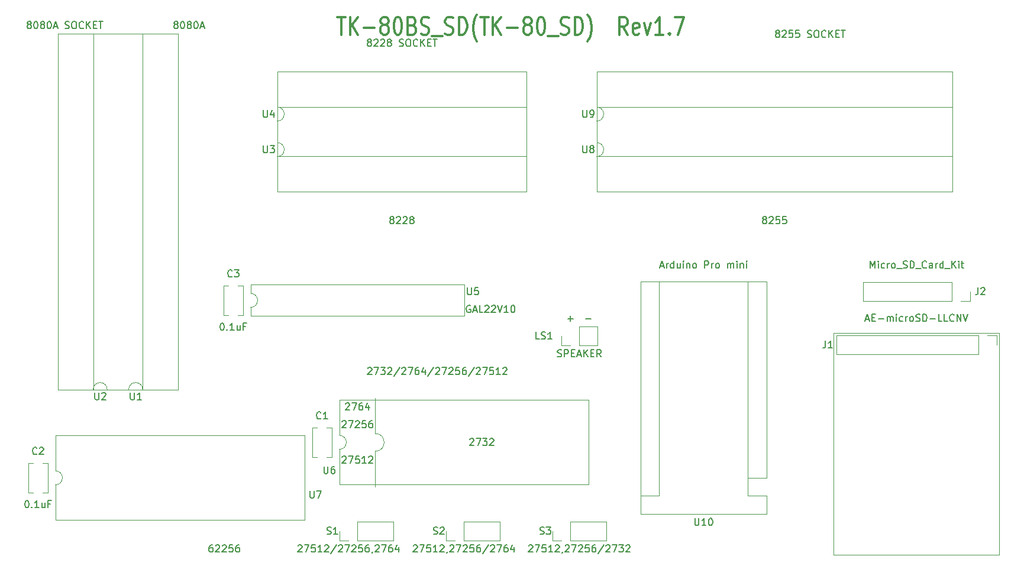
<source format=gto>
G04 #@! TF.GenerationSoftware,KiCad,Pcbnew,(5.1.9)-1*
G04 #@! TF.CreationDate,2024-10-24T21:54:38+09:00*
G04 #@! TF.ProjectId,TK-80_EXT-BOARD,544b2d38-305f-4455-9854-2d424f415244,rev?*
G04 #@! TF.SameCoordinates,PX53920b0PY93c3260*
G04 #@! TF.FileFunction,Legend,Top*
G04 #@! TF.FilePolarity,Positive*
%FSLAX46Y46*%
G04 Gerber Fmt 4.6, Leading zero omitted, Abs format (unit mm)*
G04 Created by KiCad (PCBNEW (5.1.9)-1) date 2024-10-24 21:54:38*
%MOMM*%
%LPD*%
G01*
G04 APERTURE LIST*
%ADD10C,0.150000*%
%ADD11C,0.120000*%
%ADD12C,0.300000*%
G04 APERTURE END LIST*
D10*
X57531904Y1722381D02*
X57579523Y1770000D01*
X57674761Y1817620D01*
X57912857Y1817620D01*
X58008095Y1770000D01*
X58055714Y1722381D01*
X58103333Y1627143D01*
X58103333Y1531905D01*
X58055714Y1389048D01*
X57484285Y817620D01*
X58103333Y817620D01*
X58436666Y1817620D02*
X59103333Y1817620D01*
X58674761Y817620D01*
X59960476Y1817620D02*
X59484285Y1817620D01*
X59436666Y1341429D01*
X59484285Y1389048D01*
X59579523Y1436667D01*
X59817619Y1436667D01*
X59912857Y1389048D01*
X59960476Y1341429D01*
X60008095Y1246191D01*
X60008095Y1008096D01*
X59960476Y912858D01*
X59912857Y865239D01*
X59817619Y817620D01*
X59579523Y817620D01*
X59484285Y865239D01*
X59436666Y912858D01*
X60960476Y817620D02*
X60389047Y817620D01*
X60674761Y817620D02*
X60674761Y1817620D01*
X60579523Y1674762D01*
X60484285Y1579524D01*
X60389047Y1531905D01*
X61341428Y1722381D02*
X61389047Y1770000D01*
X61484285Y1817620D01*
X61722380Y1817620D01*
X61817619Y1770000D01*
X61865238Y1722381D01*
X61912857Y1627143D01*
X61912857Y1531905D01*
X61865238Y1389048D01*
X61293809Y817620D01*
X61912857Y817620D01*
X62389047Y865239D02*
X62389047Y817620D01*
X62341428Y722381D01*
X62293809Y674762D01*
X62770000Y1722381D02*
X62817619Y1770000D01*
X62912857Y1817620D01*
X63150952Y1817620D01*
X63246190Y1770000D01*
X63293809Y1722381D01*
X63341428Y1627143D01*
X63341428Y1531905D01*
X63293809Y1389048D01*
X62722380Y817620D01*
X63341428Y817620D01*
X63674761Y1817620D02*
X64341428Y1817620D01*
X63912857Y817620D01*
X64674761Y1722381D02*
X64722380Y1770000D01*
X64817619Y1817620D01*
X65055714Y1817620D01*
X65150952Y1770000D01*
X65198571Y1722381D01*
X65246190Y1627143D01*
X65246190Y1531905D01*
X65198571Y1389048D01*
X64627142Y817620D01*
X65246190Y817620D01*
X66150952Y1817620D02*
X65674761Y1817620D01*
X65627142Y1341429D01*
X65674761Y1389048D01*
X65770000Y1436667D01*
X66008095Y1436667D01*
X66103333Y1389048D01*
X66150952Y1341429D01*
X66198571Y1246191D01*
X66198571Y1008096D01*
X66150952Y912858D01*
X66103333Y865239D01*
X66008095Y817620D01*
X65770000Y817620D01*
X65674761Y865239D01*
X65627142Y912858D01*
X67055714Y1817620D02*
X66865238Y1817620D01*
X66770000Y1770000D01*
X66722380Y1722381D01*
X66627142Y1579524D01*
X66579523Y1389048D01*
X66579523Y1008096D01*
X66627142Y912858D01*
X66674761Y865239D01*
X66770000Y817620D01*
X66960476Y817620D01*
X67055714Y865239D01*
X67103333Y912858D01*
X67150952Y1008096D01*
X67150952Y1246191D01*
X67103333Y1341429D01*
X67055714Y1389048D01*
X66960476Y1436667D01*
X66770000Y1436667D01*
X66674761Y1389048D01*
X66627142Y1341429D01*
X66579523Y1246191D01*
X68293809Y1865239D02*
X67436666Y579524D01*
X68579523Y1722381D02*
X68627142Y1770000D01*
X68722380Y1817620D01*
X68960476Y1817620D01*
X69055714Y1770000D01*
X69103333Y1722381D01*
X69150952Y1627143D01*
X69150952Y1531905D01*
X69103333Y1389048D01*
X68531904Y817620D01*
X69150952Y817620D01*
X69484285Y1817620D02*
X70150952Y1817620D01*
X69722380Y817620D01*
X70960476Y1817620D02*
X70770000Y1817620D01*
X70674761Y1770000D01*
X70627142Y1722381D01*
X70531904Y1579524D01*
X70484285Y1389048D01*
X70484285Y1008096D01*
X70531904Y912858D01*
X70579523Y865239D01*
X70674761Y817620D01*
X70865238Y817620D01*
X70960476Y865239D01*
X71008095Y912858D01*
X71055714Y1008096D01*
X71055714Y1246191D01*
X71008095Y1341429D01*
X70960476Y1389048D01*
X70865238Y1436667D01*
X70674761Y1436667D01*
X70579523Y1389048D01*
X70531904Y1341429D01*
X70484285Y1246191D01*
X71912857Y1484286D02*
X71912857Y817620D01*
X71674761Y1865239D02*
X71436666Y1150953D01*
X72055714Y1150953D01*
X47815714Y22042381D02*
X47863333Y22090000D01*
X47958571Y22137620D01*
X48196666Y22137620D01*
X48291904Y22090000D01*
X48339523Y22042381D01*
X48387142Y21947143D01*
X48387142Y21851905D01*
X48339523Y21709048D01*
X47768095Y21137620D01*
X48387142Y21137620D01*
X48720476Y22137620D02*
X49387142Y22137620D01*
X48958571Y21137620D01*
X50196666Y22137620D02*
X50006190Y22137620D01*
X49910952Y22090000D01*
X49863333Y22042381D01*
X49768095Y21899524D01*
X49720476Y21709048D01*
X49720476Y21328096D01*
X49768095Y21232858D01*
X49815714Y21185239D01*
X49910952Y21137620D01*
X50101428Y21137620D01*
X50196666Y21185239D01*
X50244285Y21232858D01*
X50291904Y21328096D01*
X50291904Y21566191D01*
X50244285Y21661429D01*
X50196666Y21709048D01*
X50101428Y21756667D01*
X49910952Y21756667D01*
X49815714Y21709048D01*
X49768095Y21661429D01*
X49720476Y21566191D01*
X51149047Y21804286D02*
X51149047Y21137620D01*
X50910952Y22185239D02*
X50672857Y21470953D01*
X51291904Y21470953D01*
X74041904Y1722381D02*
X74089523Y1770000D01*
X74184761Y1817620D01*
X74422857Y1817620D01*
X74518095Y1770000D01*
X74565714Y1722381D01*
X74613333Y1627143D01*
X74613333Y1531905D01*
X74565714Y1389048D01*
X73994285Y817620D01*
X74613333Y817620D01*
X74946666Y1817620D02*
X75613333Y1817620D01*
X75184761Y817620D01*
X76470476Y1817620D02*
X75994285Y1817620D01*
X75946666Y1341429D01*
X75994285Y1389048D01*
X76089523Y1436667D01*
X76327619Y1436667D01*
X76422857Y1389048D01*
X76470476Y1341429D01*
X76518095Y1246191D01*
X76518095Y1008096D01*
X76470476Y912858D01*
X76422857Y865239D01*
X76327619Y817620D01*
X76089523Y817620D01*
X75994285Y865239D01*
X75946666Y912858D01*
X77470476Y817620D02*
X76899047Y817620D01*
X77184761Y817620D02*
X77184761Y1817620D01*
X77089523Y1674762D01*
X76994285Y1579524D01*
X76899047Y1531905D01*
X77851428Y1722381D02*
X77899047Y1770000D01*
X77994285Y1817620D01*
X78232380Y1817620D01*
X78327619Y1770000D01*
X78375238Y1722381D01*
X78422857Y1627143D01*
X78422857Y1531905D01*
X78375238Y1389048D01*
X77803809Y817620D01*
X78422857Y817620D01*
X78899047Y865239D02*
X78899047Y817620D01*
X78851428Y722381D01*
X78803809Y674762D01*
X79280000Y1722381D02*
X79327619Y1770000D01*
X79422857Y1817620D01*
X79660952Y1817620D01*
X79756190Y1770000D01*
X79803809Y1722381D01*
X79851428Y1627143D01*
X79851428Y1531905D01*
X79803809Y1389048D01*
X79232380Y817620D01*
X79851428Y817620D01*
X80184761Y1817620D02*
X80851428Y1817620D01*
X80422857Y817620D01*
X81184761Y1722381D02*
X81232380Y1770000D01*
X81327619Y1817620D01*
X81565714Y1817620D01*
X81660952Y1770000D01*
X81708571Y1722381D01*
X81756190Y1627143D01*
X81756190Y1531905D01*
X81708571Y1389048D01*
X81137142Y817620D01*
X81756190Y817620D01*
X82660952Y1817620D02*
X82184761Y1817620D01*
X82137142Y1341429D01*
X82184761Y1389048D01*
X82280000Y1436667D01*
X82518095Y1436667D01*
X82613333Y1389048D01*
X82660952Y1341429D01*
X82708571Y1246191D01*
X82708571Y1008096D01*
X82660952Y912858D01*
X82613333Y865239D01*
X82518095Y817620D01*
X82280000Y817620D01*
X82184761Y865239D01*
X82137142Y912858D01*
X83565714Y1817620D02*
X83375238Y1817620D01*
X83280000Y1770000D01*
X83232380Y1722381D01*
X83137142Y1579524D01*
X83089523Y1389048D01*
X83089523Y1008096D01*
X83137142Y912858D01*
X83184761Y865239D01*
X83280000Y817620D01*
X83470476Y817620D01*
X83565714Y865239D01*
X83613333Y912858D01*
X83660952Y1008096D01*
X83660952Y1246191D01*
X83613333Y1341429D01*
X83565714Y1389048D01*
X83470476Y1436667D01*
X83280000Y1436667D01*
X83184761Y1389048D01*
X83137142Y1341429D01*
X83089523Y1246191D01*
X84803809Y1865239D02*
X83946666Y579524D01*
X85089523Y1722381D02*
X85137142Y1770000D01*
X85232380Y1817620D01*
X85470476Y1817620D01*
X85565714Y1770000D01*
X85613333Y1722381D01*
X85660952Y1627143D01*
X85660952Y1531905D01*
X85613333Y1389048D01*
X85041904Y817620D01*
X85660952Y817620D01*
X85994285Y1817620D02*
X86660952Y1817620D01*
X86232380Y817620D01*
X86946666Y1817620D02*
X87565714Y1817620D01*
X87232380Y1436667D01*
X87375238Y1436667D01*
X87470476Y1389048D01*
X87518095Y1341429D01*
X87565714Y1246191D01*
X87565714Y1008096D01*
X87518095Y912858D01*
X87470476Y865239D01*
X87375238Y817620D01*
X87089523Y817620D01*
X86994285Y865239D01*
X86946666Y912858D01*
X87946666Y1722381D02*
X87994285Y1770000D01*
X88089523Y1817620D01*
X88327619Y1817620D01*
X88422857Y1770000D01*
X88470476Y1722381D01*
X88518095Y1627143D01*
X88518095Y1531905D01*
X88470476Y1389048D01*
X87899047Y817620D01*
X88518095Y817620D01*
X41021904Y1722381D02*
X41069523Y1770000D01*
X41164761Y1817620D01*
X41402857Y1817620D01*
X41498095Y1770000D01*
X41545714Y1722381D01*
X41593333Y1627143D01*
X41593333Y1531905D01*
X41545714Y1389048D01*
X40974285Y817620D01*
X41593333Y817620D01*
X41926666Y1817620D02*
X42593333Y1817620D01*
X42164761Y817620D01*
X43450476Y1817620D02*
X42974285Y1817620D01*
X42926666Y1341429D01*
X42974285Y1389048D01*
X43069523Y1436667D01*
X43307619Y1436667D01*
X43402857Y1389048D01*
X43450476Y1341429D01*
X43498095Y1246191D01*
X43498095Y1008096D01*
X43450476Y912858D01*
X43402857Y865239D01*
X43307619Y817620D01*
X43069523Y817620D01*
X42974285Y865239D01*
X42926666Y912858D01*
X44450476Y817620D02*
X43879047Y817620D01*
X44164761Y817620D02*
X44164761Y1817620D01*
X44069523Y1674762D01*
X43974285Y1579524D01*
X43879047Y1531905D01*
X44831428Y1722381D02*
X44879047Y1770000D01*
X44974285Y1817620D01*
X45212380Y1817620D01*
X45307619Y1770000D01*
X45355238Y1722381D01*
X45402857Y1627143D01*
X45402857Y1531905D01*
X45355238Y1389048D01*
X44783809Y817620D01*
X45402857Y817620D01*
X46545714Y1865239D02*
X45688571Y579524D01*
X46831428Y1722381D02*
X46879047Y1770000D01*
X46974285Y1817620D01*
X47212380Y1817620D01*
X47307619Y1770000D01*
X47355238Y1722381D01*
X47402857Y1627143D01*
X47402857Y1531905D01*
X47355238Y1389048D01*
X46783809Y817620D01*
X47402857Y817620D01*
X47736190Y1817620D02*
X48402857Y1817620D01*
X47974285Y817620D01*
X48736190Y1722381D02*
X48783809Y1770000D01*
X48879047Y1817620D01*
X49117142Y1817620D01*
X49212380Y1770000D01*
X49260000Y1722381D01*
X49307619Y1627143D01*
X49307619Y1531905D01*
X49260000Y1389048D01*
X48688571Y817620D01*
X49307619Y817620D01*
X50212380Y1817620D02*
X49736190Y1817620D01*
X49688571Y1341429D01*
X49736190Y1389048D01*
X49831428Y1436667D01*
X50069523Y1436667D01*
X50164761Y1389048D01*
X50212380Y1341429D01*
X50260000Y1246191D01*
X50260000Y1008096D01*
X50212380Y912858D01*
X50164761Y865239D01*
X50069523Y817620D01*
X49831428Y817620D01*
X49736190Y865239D01*
X49688571Y912858D01*
X51117142Y1817620D02*
X50926666Y1817620D01*
X50831428Y1770000D01*
X50783809Y1722381D01*
X50688571Y1579524D01*
X50640952Y1389048D01*
X50640952Y1008096D01*
X50688571Y912858D01*
X50736190Y865239D01*
X50831428Y817620D01*
X51021904Y817620D01*
X51117142Y865239D01*
X51164761Y912858D01*
X51212380Y1008096D01*
X51212380Y1246191D01*
X51164761Y1341429D01*
X51117142Y1389048D01*
X51021904Y1436667D01*
X50831428Y1436667D01*
X50736190Y1389048D01*
X50688571Y1341429D01*
X50640952Y1246191D01*
X51688571Y865239D02*
X51688571Y817620D01*
X51640952Y722381D01*
X51593333Y674762D01*
X52069523Y1722381D02*
X52117142Y1770000D01*
X52212380Y1817620D01*
X52450476Y1817620D01*
X52545714Y1770000D01*
X52593333Y1722381D01*
X52640952Y1627143D01*
X52640952Y1531905D01*
X52593333Y1389048D01*
X52021904Y817620D01*
X52640952Y817620D01*
X52974285Y1817620D02*
X53640952Y1817620D01*
X53212380Y817620D01*
X54450476Y1817620D02*
X54260000Y1817620D01*
X54164761Y1770000D01*
X54117142Y1722381D01*
X54021904Y1579524D01*
X53974285Y1389048D01*
X53974285Y1008096D01*
X54021904Y912858D01*
X54069523Y865239D01*
X54164761Y817620D01*
X54355238Y817620D01*
X54450476Y865239D01*
X54498095Y912858D01*
X54545714Y1008096D01*
X54545714Y1246191D01*
X54498095Y1341429D01*
X54450476Y1389048D01*
X54355238Y1436667D01*
X54164761Y1436667D01*
X54069523Y1389048D01*
X54021904Y1341429D01*
X53974285Y1246191D01*
X55402857Y1484286D02*
X55402857Y817620D01*
X55164761Y1865239D02*
X54926666Y1150953D01*
X55545714Y1150953D01*
X47339523Y14422381D02*
X47387142Y14470000D01*
X47482380Y14517620D01*
X47720476Y14517620D01*
X47815714Y14470000D01*
X47863333Y14422381D01*
X47910952Y14327143D01*
X47910952Y14231905D01*
X47863333Y14089048D01*
X47291904Y13517620D01*
X47910952Y13517620D01*
X48244285Y14517620D02*
X48910952Y14517620D01*
X48482380Y13517620D01*
X49768095Y14517620D02*
X49291904Y14517620D01*
X49244285Y14041429D01*
X49291904Y14089048D01*
X49387142Y14136667D01*
X49625238Y14136667D01*
X49720476Y14089048D01*
X49768095Y14041429D01*
X49815714Y13946191D01*
X49815714Y13708096D01*
X49768095Y13612858D01*
X49720476Y13565239D01*
X49625238Y13517620D01*
X49387142Y13517620D01*
X49291904Y13565239D01*
X49244285Y13612858D01*
X50768095Y13517620D02*
X50196666Y13517620D01*
X50482380Y13517620D02*
X50482380Y14517620D01*
X50387142Y14374762D01*
X50291904Y14279524D01*
X50196666Y14231905D01*
X51149047Y14422381D02*
X51196666Y14470000D01*
X51291904Y14517620D01*
X51530000Y14517620D01*
X51625238Y14470000D01*
X51672857Y14422381D01*
X51720476Y14327143D01*
X51720476Y14231905D01*
X51672857Y14089048D01*
X51101428Y13517620D01*
X51720476Y13517620D01*
X47339523Y19502381D02*
X47387142Y19550000D01*
X47482380Y19597620D01*
X47720476Y19597620D01*
X47815714Y19550000D01*
X47863333Y19502381D01*
X47910952Y19407143D01*
X47910952Y19311905D01*
X47863333Y19169048D01*
X47291904Y18597620D01*
X47910952Y18597620D01*
X48244285Y19597620D02*
X48910952Y19597620D01*
X48482380Y18597620D01*
X49244285Y19502381D02*
X49291904Y19550000D01*
X49387142Y19597620D01*
X49625238Y19597620D01*
X49720476Y19550000D01*
X49768095Y19502381D01*
X49815714Y19407143D01*
X49815714Y19311905D01*
X49768095Y19169048D01*
X49196666Y18597620D01*
X49815714Y18597620D01*
X50720476Y19597620D02*
X50244285Y19597620D01*
X50196666Y19121429D01*
X50244285Y19169048D01*
X50339523Y19216667D01*
X50577619Y19216667D01*
X50672857Y19169048D01*
X50720476Y19121429D01*
X50768095Y19026191D01*
X50768095Y18788096D01*
X50720476Y18692858D01*
X50672857Y18645239D01*
X50577619Y18597620D01*
X50339523Y18597620D01*
X50244285Y18645239D01*
X50196666Y18692858D01*
X51625238Y19597620D02*
X51434761Y19597620D01*
X51339523Y19550000D01*
X51291904Y19502381D01*
X51196666Y19359524D01*
X51149047Y19169048D01*
X51149047Y18788096D01*
X51196666Y18692858D01*
X51244285Y18645239D01*
X51339523Y18597620D01*
X51530000Y18597620D01*
X51625238Y18645239D01*
X51672857Y18692858D01*
X51720476Y18788096D01*
X51720476Y19026191D01*
X51672857Y19121429D01*
X51625238Y19169048D01*
X51530000Y19216667D01*
X51339523Y19216667D01*
X51244285Y19169048D01*
X51196666Y19121429D01*
X51149047Y19026191D01*
X65595714Y16962381D02*
X65643333Y17010000D01*
X65738571Y17057620D01*
X65976666Y17057620D01*
X66071904Y17010000D01*
X66119523Y16962381D01*
X66167142Y16867143D01*
X66167142Y16771905D01*
X66119523Y16629048D01*
X65548095Y16057620D01*
X66167142Y16057620D01*
X66500476Y17057620D02*
X67167142Y17057620D01*
X66738571Y16057620D01*
X67452857Y17057620D02*
X68071904Y17057620D01*
X67738571Y16676667D01*
X67881428Y16676667D01*
X67976666Y16629048D01*
X68024285Y16581429D01*
X68071904Y16486191D01*
X68071904Y16248096D01*
X68024285Y16152858D01*
X67976666Y16105239D01*
X67881428Y16057620D01*
X67595714Y16057620D01*
X67500476Y16105239D01*
X67452857Y16152858D01*
X68452857Y16962381D02*
X68500476Y17010000D01*
X68595714Y17057620D01*
X68833809Y17057620D01*
X68929047Y17010000D01*
X68976666Y16962381D01*
X69024285Y16867143D01*
X69024285Y16771905D01*
X68976666Y16629048D01*
X68405238Y16057620D01*
X69024285Y16057620D01*
D11*
X52070000Y17780000D02*
G75*
G02*
X52070000Y15240000I0J-1270000D01*
G01*
X52070000Y10160000D02*
X52070000Y15240000D01*
X52070000Y22860000D02*
X52070000Y17780000D01*
D10*
X30107142Y33567620D02*
X30202380Y33567620D01*
X30297619Y33520000D01*
X30345238Y33472381D01*
X30392857Y33377143D01*
X30440476Y33186667D01*
X30440476Y32948572D01*
X30392857Y32758096D01*
X30345238Y32662858D01*
X30297619Y32615239D01*
X30202380Y32567620D01*
X30107142Y32567620D01*
X30011904Y32615239D01*
X29964285Y32662858D01*
X29916666Y32758096D01*
X29869047Y32948572D01*
X29869047Y33186667D01*
X29916666Y33377143D01*
X29964285Y33472381D01*
X30011904Y33520000D01*
X30107142Y33567620D01*
X30869047Y32662858D02*
X30916666Y32615239D01*
X30869047Y32567620D01*
X30821428Y32615239D01*
X30869047Y32662858D01*
X30869047Y32567620D01*
X31869047Y32567620D02*
X31297619Y32567620D01*
X31583333Y32567620D02*
X31583333Y33567620D01*
X31488095Y33424762D01*
X31392857Y33329524D01*
X31297619Y33281905D01*
X32726190Y33234286D02*
X32726190Y32567620D01*
X32297619Y33234286D02*
X32297619Y32710477D01*
X32345238Y32615239D01*
X32440476Y32567620D01*
X32583333Y32567620D01*
X32678571Y32615239D01*
X32726190Y32662858D01*
X33535714Y33091429D02*
X33202380Y33091429D01*
X33202380Y32567620D02*
X33202380Y33567620D01*
X33678571Y33567620D01*
X2167142Y8167620D02*
X2262380Y8167620D01*
X2357619Y8120000D01*
X2405238Y8072381D01*
X2452857Y7977143D01*
X2500476Y7786667D01*
X2500476Y7548572D01*
X2452857Y7358096D01*
X2405238Y7262858D01*
X2357619Y7215239D01*
X2262380Y7167620D01*
X2167142Y7167620D01*
X2071904Y7215239D01*
X2024285Y7262858D01*
X1976666Y7358096D01*
X1929047Y7548572D01*
X1929047Y7786667D01*
X1976666Y7977143D01*
X2024285Y8072381D01*
X2071904Y8120000D01*
X2167142Y8167620D01*
X2929047Y7262858D02*
X2976666Y7215239D01*
X2929047Y7167620D01*
X2881428Y7215239D01*
X2929047Y7262858D01*
X2929047Y7167620D01*
X3929047Y7167620D02*
X3357619Y7167620D01*
X3643333Y7167620D02*
X3643333Y8167620D01*
X3548095Y8024762D01*
X3452857Y7929524D01*
X3357619Y7881905D01*
X4786190Y7834286D02*
X4786190Y7167620D01*
X4357619Y7834286D02*
X4357619Y7310477D01*
X4405238Y7215239D01*
X4500476Y7167620D01*
X4643333Y7167620D01*
X4738571Y7215239D01*
X4786190Y7262858D01*
X5595714Y7691429D02*
X5262380Y7691429D01*
X5262380Y7167620D02*
X5262380Y8167620D01*
X5738571Y8167620D01*
X28765714Y1817620D02*
X28575238Y1817620D01*
X28480000Y1770000D01*
X28432380Y1722381D01*
X28337142Y1579524D01*
X28289523Y1389048D01*
X28289523Y1008096D01*
X28337142Y912858D01*
X28384761Y865239D01*
X28480000Y817620D01*
X28670476Y817620D01*
X28765714Y865239D01*
X28813333Y912858D01*
X28860952Y1008096D01*
X28860952Y1246191D01*
X28813333Y1341429D01*
X28765714Y1389048D01*
X28670476Y1436667D01*
X28480000Y1436667D01*
X28384761Y1389048D01*
X28337142Y1341429D01*
X28289523Y1246191D01*
X29241904Y1722381D02*
X29289523Y1770000D01*
X29384761Y1817620D01*
X29622857Y1817620D01*
X29718095Y1770000D01*
X29765714Y1722381D01*
X29813333Y1627143D01*
X29813333Y1531905D01*
X29765714Y1389048D01*
X29194285Y817620D01*
X29813333Y817620D01*
X30194285Y1722381D02*
X30241904Y1770000D01*
X30337142Y1817620D01*
X30575238Y1817620D01*
X30670476Y1770000D01*
X30718095Y1722381D01*
X30765714Y1627143D01*
X30765714Y1531905D01*
X30718095Y1389048D01*
X30146666Y817620D01*
X30765714Y817620D01*
X31670476Y1817620D02*
X31194285Y1817620D01*
X31146666Y1341429D01*
X31194285Y1389048D01*
X31289523Y1436667D01*
X31527619Y1436667D01*
X31622857Y1389048D01*
X31670476Y1341429D01*
X31718095Y1246191D01*
X31718095Y1008096D01*
X31670476Y912858D01*
X31622857Y865239D01*
X31527619Y817620D01*
X31289523Y817620D01*
X31194285Y865239D01*
X31146666Y912858D01*
X32575238Y1817620D02*
X32384761Y1817620D01*
X32289523Y1770000D01*
X32241904Y1722381D01*
X32146666Y1579524D01*
X32099047Y1389048D01*
X32099047Y1008096D01*
X32146666Y912858D01*
X32194285Y865239D01*
X32289523Y817620D01*
X32480000Y817620D01*
X32575238Y865239D01*
X32622857Y912858D01*
X32670476Y1008096D01*
X32670476Y1246191D01*
X32622857Y1341429D01*
X32575238Y1389048D01*
X32480000Y1436667D01*
X32289523Y1436667D01*
X32194285Y1389048D01*
X32146666Y1341429D01*
X32099047Y1246191D01*
X51007619Y27122381D02*
X51055238Y27170000D01*
X51150476Y27217620D01*
X51388571Y27217620D01*
X51483809Y27170000D01*
X51531428Y27122381D01*
X51579047Y27027143D01*
X51579047Y26931905D01*
X51531428Y26789048D01*
X50960000Y26217620D01*
X51579047Y26217620D01*
X51912380Y27217620D02*
X52579047Y27217620D01*
X52150476Y26217620D01*
X52864761Y27217620D02*
X53483809Y27217620D01*
X53150476Y26836667D01*
X53293333Y26836667D01*
X53388571Y26789048D01*
X53436190Y26741429D01*
X53483809Y26646191D01*
X53483809Y26408096D01*
X53436190Y26312858D01*
X53388571Y26265239D01*
X53293333Y26217620D01*
X53007619Y26217620D01*
X52912380Y26265239D01*
X52864761Y26312858D01*
X53864761Y27122381D02*
X53912380Y27170000D01*
X54007619Y27217620D01*
X54245714Y27217620D01*
X54340952Y27170000D01*
X54388571Y27122381D01*
X54436190Y27027143D01*
X54436190Y26931905D01*
X54388571Y26789048D01*
X53817142Y26217620D01*
X54436190Y26217620D01*
X55579047Y27265239D02*
X54721904Y25979524D01*
X55864761Y27122381D02*
X55912380Y27170000D01*
X56007619Y27217620D01*
X56245714Y27217620D01*
X56340952Y27170000D01*
X56388571Y27122381D01*
X56436190Y27027143D01*
X56436190Y26931905D01*
X56388571Y26789048D01*
X55817142Y26217620D01*
X56436190Y26217620D01*
X56769523Y27217620D02*
X57436190Y27217620D01*
X57007619Y26217620D01*
X58245714Y27217620D02*
X58055238Y27217620D01*
X57960000Y27170000D01*
X57912380Y27122381D01*
X57817142Y26979524D01*
X57769523Y26789048D01*
X57769523Y26408096D01*
X57817142Y26312858D01*
X57864761Y26265239D01*
X57960000Y26217620D01*
X58150476Y26217620D01*
X58245714Y26265239D01*
X58293333Y26312858D01*
X58340952Y26408096D01*
X58340952Y26646191D01*
X58293333Y26741429D01*
X58245714Y26789048D01*
X58150476Y26836667D01*
X57960000Y26836667D01*
X57864761Y26789048D01*
X57817142Y26741429D01*
X57769523Y26646191D01*
X59198095Y26884286D02*
X59198095Y26217620D01*
X58960000Y27265239D02*
X58721904Y26550953D01*
X59340952Y26550953D01*
X60436190Y27265239D02*
X59579047Y25979524D01*
X60721904Y27122381D02*
X60769523Y27170000D01*
X60864761Y27217620D01*
X61102857Y27217620D01*
X61198095Y27170000D01*
X61245714Y27122381D01*
X61293333Y27027143D01*
X61293333Y26931905D01*
X61245714Y26789048D01*
X60674285Y26217620D01*
X61293333Y26217620D01*
X61626666Y27217620D02*
X62293333Y27217620D01*
X61864761Y26217620D01*
X62626666Y27122381D02*
X62674285Y27170000D01*
X62769523Y27217620D01*
X63007619Y27217620D01*
X63102857Y27170000D01*
X63150476Y27122381D01*
X63198095Y27027143D01*
X63198095Y26931905D01*
X63150476Y26789048D01*
X62579047Y26217620D01*
X63198095Y26217620D01*
X64102857Y27217620D02*
X63626666Y27217620D01*
X63579047Y26741429D01*
X63626666Y26789048D01*
X63721904Y26836667D01*
X63960000Y26836667D01*
X64055238Y26789048D01*
X64102857Y26741429D01*
X64150476Y26646191D01*
X64150476Y26408096D01*
X64102857Y26312858D01*
X64055238Y26265239D01*
X63960000Y26217620D01*
X63721904Y26217620D01*
X63626666Y26265239D01*
X63579047Y26312858D01*
X65007619Y27217620D02*
X64817142Y27217620D01*
X64721904Y27170000D01*
X64674285Y27122381D01*
X64579047Y26979524D01*
X64531428Y26789048D01*
X64531428Y26408096D01*
X64579047Y26312858D01*
X64626666Y26265239D01*
X64721904Y26217620D01*
X64912380Y26217620D01*
X65007619Y26265239D01*
X65055238Y26312858D01*
X65102857Y26408096D01*
X65102857Y26646191D01*
X65055238Y26741429D01*
X65007619Y26789048D01*
X64912380Y26836667D01*
X64721904Y26836667D01*
X64626666Y26789048D01*
X64579047Y26741429D01*
X64531428Y26646191D01*
X66245714Y27265239D02*
X65388571Y25979524D01*
X66531428Y27122381D02*
X66579047Y27170000D01*
X66674285Y27217620D01*
X66912380Y27217620D01*
X67007619Y27170000D01*
X67055238Y27122381D01*
X67102857Y27027143D01*
X67102857Y26931905D01*
X67055238Y26789048D01*
X66483809Y26217620D01*
X67102857Y26217620D01*
X67436190Y27217620D02*
X68102857Y27217620D01*
X67674285Y26217620D01*
X68960000Y27217620D02*
X68483809Y27217620D01*
X68436190Y26741429D01*
X68483809Y26789048D01*
X68579047Y26836667D01*
X68817142Y26836667D01*
X68912380Y26789048D01*
X68960000Y26741429D01*
X69007619Y26646191D01*
X69007619Y26408096D01*
X68960000Y26312858D01*
X68912380Y26265239D01*
X68817142Y26217620D01*
X68579047Y26217620D01*
X68483809Y26265239D01*
X68436190Y26312858D01*
X69960000Y26217620D02*
X69388571Y26217620D01*
X69674285Y26217620D02*
X69674285Y27217620D01*
X69579047Y27074762D01*
X69483809Y26979524D01*
X69388571Y26931905D01*
X70340952Y27122381D02*
X70388571Y27170000D01*
X70483809Y27217620D01*
X70721904Y27217620D01*
X70817142Y27170000D01*
X70864761Y27122381D01*
X70912380Y27027143D01*
X70912380Y26931905D01*
X70864761Y26789048D01*
X70293333Y26217620D01*
X70912380Y26217620D01*
X65675238Y36060000D02*
X65580000Y36107620D01*
X65437142Y36107620D01*
X65294285Y36060000D01*
X65199047Y35964762D01*
X65151428Y35869524D01*
X65103809Y35679048D01*
X65103809Y35536191D01*
X65151428Y35345715D01*
X65199047Y35250477D01*
X65294285Y35155239D01*
X65437142Y35107620D01*
X65532380Y35107620D01*
X65675238Y35155239D01*
X65722857Y35202858D01*
X65722857Y35536191D01*
X65532380Y35536191D01*
X66103809Y35393334D02*
X66580000Y35393334D01*
X66008571Y35107620D02*
X66341904Y36107620D01*
X66675238Y35107620D01*
X67484761Y35107620D02*
X67008571Y35107620D01*
X67008571Y36107620D01*
X67770476Y36012381D02*
X67818095Y36060000D01*
X67913333Y36107620D01*
X68151428Y36107620D01*
X68246666Y36060000D01*
X68294285Y36012381D01*
X68341904Y35917143D01*
X68341904Y35821905D01*
X68294285Y35679048D01*
X67722857Y35107620D01*
X68341904Y35107620D01*
X68722857Y36012381D02*
X68770476Y36060000D01*
X68865714Y36107620D01*
X69103809Y36107620D01*
X69199047Y36060000D01*
X69246666Y36012381D01*
X69294285Y35917143D01*
X69294285Y35821905D01*
X69246666Y35679048D01*
X68675238Y35107620D01*
X69294285Y35107620D01*
X69580000Y36107620D02*
X69913333Y35107620D01*
X70246666Y36107620D01*
X71103809Y35107620D02*
X70532380Y35107620D01*
X70818095Y35107620D02*
X70818095Y36107620D01*
X70722857Y35964762D01*
X70627619Y35869524D01*
X70532380Y35821905D01*
X71722857Y36107620D02*
X71818095Y36107620D01*
X71913333Y36060000D01*
X71960952Y36012381D01*
X72008571Y35917143D01*
X72056190Y35726667D01*
X72056190Y35488572D01*
X72008571Y35298096D01*
X71960952Y35202858D01*
X71913333Y35155239D01*
X71818095Y35107620D01*
X71722857Y35107620D01*
X71627619Y35155239D01*
X71580000Y35202858D01*
X71532380Y35298096D01*
X71484761Y35488572D01*
X71484761Y35726667D01*
X71532380Y35917143D01*
X71580000Y36012381D01*
X71627619Y36060000D01*
X71722857Y36107620D01*
X54356190Y48379048D02*
X54260952Y48426667D01*
X54213333Y48474286D01*
X54165714Y48569524D01*
X54165714Y48617143D01*
X54213333Y48712381D01*
X54260952Y48760000D01*
X54356190Y48807620D01*
X54546666Y48807620D01*
X54641904Y48760000D01*
X54689523Y48712381D01*
X54737142Y48617143D01*
X54737142Y48569524D01*
X54689523Y48474286D01*
X54641904Y48426667D01*
X54546666Y48379048D01*
X54356190Y48379048D01*
X54260952Y48331429D01*
X54213333Y48283810D01*
X54165714Y48188572D01*
X54165714Y47998096D01*
X54213333Y47902858D01*
X54260952Y47855239D01*
X54356190Y47807620D01*
X54546666Y47807620D01*
X54641904Y47855239D01*
X54689523Y47902858D01*
X54737142Y47998096D01*
X54737142Y48188572D01*
X54689523Y48283810D01*
X54641904Y48331429D01*
X54546666Y48379048D01*
X55118095Y48712381D02*
X55165714Y48760000D01*
X55260952Y48807620D01*
X55499047Y48807620D01*
X55594285Y48760000D01*
X55641904Y48712381D01*
X55689523Y48617143D01*
X55689523Y48521905D01*
X55641904Y48379048D01*
X55070476Y47807620D01*
X55689523Y47807620D01*
X56070476Y48712381D02*
X56118095Y48760000D01*
X56213333Y48807620D01*
X56451428Y48807620D01*
X56546666Y48760000D01*
X56594285Y48712381D01*
X56641904Y48617143D01*
X56641904Y48521905D01*
X56594285Y48379048D01*
X56022857Y47807620D01*
X56641904Y47807620D01*
X57213333Y48379048D02*
X57118095Y48426667D01*
X57070476Y48474286D01*
X57022857Y48569524D01*
X57022857Y48617143D01*
X57070476Y48712381D01*
X57118095Y48760000D01*
X57213333Y48807620D01*
X57403809Y48807620D01*
X57499047Y48760000D01*
X57546666Y48712381D01*
X57594285Y48617143D01*
X57594285Y48569524D01*
X57546666Y48474286D01*
X57499047Y48426667D01*
X57403809Y48379048D01*
X57213333Y48379048D01*
X57118095Y48331429D01*
X57070476Y48283810D01*
X57022857Y48188572D01*
X57022857Y47998096D01*
X57070476Y47902858D01*
X57118095Y47855239D01*
X57213333Y47807620D01*
X57403809Y47807620D01*
X57499047Y47855239D01*
X57546666Y47902858D01*
X57594285Y47998096D01*
X57594285Y48188572D01*
X57546666Y48283810D01*
X57499047Y48331429D01*
X57403809Y48379048D01*
X51141904Y73779048D02*
X51046666Y73826667D01*
X50999047Y73874286D01*
X50951428Y73969524D01*
X50951428Y74017143D01*
X50999047Y74112381D01*
X51046666Y74160000D01*
X51141904Y74207620D01*
X51332380Y74207620D01*
X51427619Y74160000D01*
X51475238Y74112381D01*
X51522857Y74017143D01*
X51522857Y73969524D01*
X51475238Y73874286D01*
X51427619Y73826667D01*
X51332380Y73779048D01*
X51141904Y73779048D01*
X51046666Y73731429D01*
X50999047Y73683810D01*
X50951428Y73588572D01*
X50951428Y73398096D01*
X50999047Y73302858D01*
X51046666Y73255239D01*
X51141904Y73207620D01*
X51332380Y73207620D01*
X51427619Y73255239D01*
X51475238Y73302858D01*
X51522857Y73398096D01*
X51522857Y73588572D01*
X51475238Y73683810D01*
X51427619Y73731429D01*
X51332380Y73779048D01*
X51903809Y74112381D02*
X51951428Y74160000D01*
X52046666Y74207620D01*
X52284761Y74207620D01*
X52380000Y74160000D01*
X52427619Y74112381D01*
X52475238Y74017143D01*
X52475238Y73921905D01*
X52427619Y73779048D01*
X51856190Y73207620D01*
X52475238Y73207620D01*
X52856190Y74112381D02*
X52903809Y74160000D01*
X52999047Y74207620D01*
X53237142Y74207620D01*
X53332380Y74160000D01*
X53380000Y74112381D01*
X53427619Y74017143D01*
X53427619Y73921905D01*
X53380000Y73779048D01*
X52808571Y73207620D01*
X53427619Y73207620D01*
X53999047Y73779048D02*
X53903809Y73826667D01*
X53856190Y73874286D01*
X53808571Y73969524D01*
X53808571Y74017143D01*
X53856190Y74112381D01*
X53903809Y74160000D01*
X53999047Y74207620D01*
X54189523Y74207620D01*
X54284761Y74160000D01*
X54332380Y74112381D01*
X54380000Y74017143D01*
X54380000Y73969524D01*
X54332380Y73874286D01*
X54284761Y73826667D01*
X54189523Y73779048D01*
X53999047Y73779048D01*
X53903809Y73731429D01*
X53856190Y73683810D01*
X53808571Y73588572D01*
X53808571Y73398096D01*
X53856190Y73302858D01*
X53903809Y73255239D01*
X53999047Y73207620D01*
X54189523Y73207620D01*
X54284761Y73255239D01*
X54332380Y73302858D01*
X54380000Y73398096D01*
X54380000Y73588572D01*
X54332380Y73683810D01*
X54284761Y73731429D01*
X54189523Y73779048D01*
X55522857Y73255239D02*
X55665714Y73207620D01*
X55903809Y73207620D01*
X55999047Y73255239D01*
X56046666Y73302858D01*
X56094285Y73398096D01*
X56094285Y73493334D01*
X56046666Y73588572D01*
X55999047Y73636191D01*
X55903809Y73683810D01*
X55713333Y73731429D01*
X55618095Y73779048D01*
X55570476Y73826667D01*
X55522857Y73921905D01*
X55522857Y74017143D01*
X55570476Y74112381D01*
X55618095Y74160000D01*
X55713333Y74207620D01*
X55951428Y74207620D01*
X56094285Y74160000D01*
X56713333Y74207620D02*
X56903809Y74207620D01*
X56999047Y74160000D01*
X57094285Y74064762D01*
X57141904Y73874286D01*
X57141904Y73540953D01*
X57094285Y73350477D01*
X56999047Y73255239D01*
X56903809Y73207620D01*
X56713333Y73207620D01*
X56618095Y73255239D01*
X56522857Y73350477D01*
X56475238Y73540953D01*
X56475238Y73874286D01*
X56522857Y74064762D01*
X56618095Y74160000D01*
X56713333Y74207620D01*
X58141904Y73302858D02*
X58094285Y73255239D01*
X57951428Y73207620D01*
X57856190Y73207620D01*
X57713333Y73255239D01*
X57618095Y73350477D01*
X57570476Y73445715D01*
X57522857Y73636191D01*
X57522857Y73779048D01*
X57570476Y73969524D01*
X57618095Y74064762D01*
X57713333Y74160000D01*
X57856190Y74207620D01*
X57951428Y74207620D01*
X58094285Y74160000D01*
X58141904Y74112381D01*
X58570476Y73207620D02*
X58570476Y74207620D01*
X59141904Y73207620D02*
X58713333Y73779048D01*
X59141904Y74207620D02*
X58570476Y73636191D01*
X59570476Y73731429D02*
X59903809Y73731429D01*
X60046666Y73207620D02*
X59570476Y73207620D01*
X59570476Y74207620D01*
X60046666Y74207620D01*
X60332380Y74207620D02*
X60903809Y74207620D01*
X60618095Y73207620D02*
X60618095Y74207620D01*
X23447619Y76319048D02*
X23352380Y76366667D01*
X23304761Y76414286D01*
X23257142Y76509524D01*
X23257142Y76557143D01*
X23304761Y76652381D01*
X23352380Y76700000D01*
X23447619Y76747620D01*
X23638095Y76747620D01*
X23733333Y76700000D01*
X23780952Y76652381D01*
X23828571Y76557143D01*
X23828571Y76509524D01*
X23780952Y76414286D01*
X23733333Y76366667D01*
X23638095Y76319048D01*
X23447619Y76319048D01*
X23352380Y76271429D01*
X23304761Y76223810D01*
X23257142Y76128572D01*
X23257142Y75938096D01*
X23304761Y75842858D01*
X23352380Y75795239D01*
X23447619Y75747620D01*
X23638095Y75747620D01*
X23733333Y75795239D01*
X23780952Y75842858D01*
X23828571Y75938096D01*
X23828571Y76128572D01*
X23780952Y76223810D01*
X23733333Y76271429D01*
X23638095Y76319048D01*
X24447619Y76747620D02*
X24542857Y76747620D01*
X24638095Y76700000D01*
X24685714Y76652381D01*
X24733333Y76557143D01*
X24780952Y76366667D01*
X24780952Y76128572D01*
X24733333Y75938096D01*
X24685714Y75842858D01*
X24638095Y75795239D01*
X24542857Y75747620D01*
X24447619Y75747620D01*
X24352380Y75795239D01*
X24304761Y75842858D01*
X24257142Y75938096D01*
X24209523Y76128572D01*
X24209523Y76366667D01*
X24257142Y76557143D01*
X24304761Y76652381D01*
X24352380Y76700000D01*
X24447619Y76747620D01*
X25352380Y76319048D02*
X25257142Y76366667D01*
X25209523Y76414286D01*
X25161904Y76509524D01*
X25161904Y76557143D01*
X25209523Y76652381D01*
X25257142Y76700000D01*
X25352380Y76747620D01*
X25542857Y76747620D01*
X25638095Y76700000D01*
X25685714Y76652381D01*
X25733333Y76557143D01*
X25733333Y76509524D01*
X25685714Y76414286D01*
X25638095Y76366667D01*
X25542857Y76319048D01*
X25352380Y76319048D01*
X25257142Y76271429D01*
X25209523Y76223810D01*
X25161904Y76128572D01*
X25161904Y75938096D01*
X25209523Y75842858D01*
X25257142Y75795239D01*
X25352380Y75747620D01*
X25542857Y75747620D01*
X25638095Y75795239D01*
X25685714Y75842858D01*
X25733333Y75938096D01*
X25733333Y76128572D01*
X25685714Y76223810D01*
X25638095Y76271429D01*
X25542857Y76319048D01*
X26352380Y76747620D02*
X26447619Y76747620D01*
X26542857Y76700000D01*
X26590476Y76652381D01*
X26638095Y76557143D01*
X26685714Y76366667D01*
X26685714Y76128572D01*
X26638095Y75938096D01*
X26590476Y75842858D01*
X26542857Y75795239D01*
X26447619Y75747620D01*
X26352380Y75747620D01*
X26257142Y75795239D01*
X26209523Y75842858D01*
X26161904Y75938096D01*
X26114285Y76128572D01*
X26114285Y76366667D01*
X26161904Y76557143D01*
X26209523Y76652381D01*
X26257142Y76700000D01*
X26352380Y76747620D01*
X27066666Y76033334D02*
X27542857Y76033334D01*
X26971428Y75747620D02*
X27304761Y76747620D01*
X27638095Y75747620D01*
X2453333Y76319048D02*
X2358095Y76366667D01*
X2310476Y76414286D01*
X2262857Y76509524D01*
X2262857Y76557143D01*
X2310476Y76652381D01*
X2358095Y76700000D01*
X2453333Y76747620D01*
X2643809Y76747620D01*
X2739047Y76700000D01*
X2786666Y76652381D01*
X2834285Y76557143D01*
X2834285Y76509524D01*
X2786666Y76414286D01*
X2739047Y76366667D01*
X2643809Y76319048D01*
X2453333Y76319048D01*
X2358095Y76271429D01*
X2310476Y76223810D01*
X2262857Y76128572D01*
X2262857Y75938096D01*
X2310476Y75842858D01*
X2358095Y75795239D01*
X2453333Y75747620D01*
X2643809Y75747620D01*
X2739047Y75795239D01*
X2786666Y75842858D01*
X2834285Y75938096D01*
X2834285Y76128572D01*
X2786666Y76223810D01*
X2739047Y76271429D01*
X2643809Y76319048D01*
X3453333Y76747620D02*
X3548571Y76747620D01*
X3643809Y76700000D01*
X3691428Y76652381D01*
X3739047Y76557143D01*
X3786666Y76366667D01*
X3786666Y76128572D01*
X3739047Y75938096D01*
X3691428Y75842858D01*
X3643809Y75795239D01*
X3548571Y75747620D01*
X3453333Y75747620D01*
X3358095Y75795239D01*
X3310476Y75842858D01*
X3262857Y75938096D01*
X3215238Y76128572D01*
X3215238Y76366667D01*
X3262857Y76557143D01*
X3310476Y76652381D01*
X3358095Y76700000D01*
X3453333Y76747620D01*
X4358095Y76319048D02*
X4262857Y76366667D01*
X4215238Y76414286D01*
X4167619Y76509524D01*
X4167619Y76557143D01*
X4215238Y76652381D01*
X4262857Y76700000D01*
X4358095Y76747620D01*
X4548571Y76747620D01*
X4643809Y76700000D01*
X4691428Y76652381D01*
X4739047Y76557143D01*
X4739047Y76509524D01*
X4691428Y76414286D01*
X4643809Y76366667D01*
X4548571Y76319048D01*
X4358095Y76319048D01*
X4262857Y76271429D01*
X4215238Y76223810D01*
X4167619Y76128572D01*
X4167619Y75938096D01*
X4215238Y75842858D01*
X4262857Y75795239D01*
X4358095Y75747620D01*
X4548571Y75747620D01*
X4643809Y75795239D01*
X4691428Y75842858D01*
X4739047Y75938096D01*
X4739047Y76128572D01*
X4691428Y76223810D01*
X4643809Y76271429D01*
X4548571Y76319048D01*
X5358095Y76747620D02*
X5453333Y76747620D01*
X5548571Y76700000D01*
X5596190Y76652381D01*
X5643809Y76557143D01*
X5691428Y76366667D01*
X5691428Y76128572D01*
X5643809Y75938096D01*
X5596190Y75842858D01*
X5548571Y75795239D01*
X5453333Y75747620D01*
X5358095Y75747620D01*
X5262857Y75795239D01*
X5215238Y75842858D01*
X5167619Y75938096D01*
X5120000Y76128572D01*
X5120000Y76366667D01*
X5167619Y76557143D01*
X5215238Y76652381D01*
X5262857Y76700000D01*
X5358095Y76747620D01*
X6072380Y76033334D02*
X6548571Y76033334D01*
X5977142Y75747620D02*
X6310476Y76747620D01*
X6643809Y75747620D01*
X7691428Y75795239D02*
X7834285Y75747620D01*
X8072380Y75747620D01*
X8167619Y75795239D01*
X8215238Y75842858D01*
X8262857Y75938096D01*
X8262857Y76033334D01*
X8215238Y76128572D01*
X8167619Y76176191D01*
X8072380Y76223810D01*
X7881904Y76271429D01*
X7786666Y76319048D01*
X7739047Y76366667D01*
X7691428Y76461905D01*
X7691428Y76557143D01*
X7739047Y76652381D01*
X7786666Y76700000D01*
X7881904Y76747620D01*
X8120000Y76747620D01*
X8262857Y76700000D01*
X8881904Y76747620D02*
X9072380Y76747620D01*
X9167619Y76700000D01*
X9262857Y76604762D01*
X9310476Y76414286D01*
X9310476Y76080953D01*
X9262857Y75890477D01*
X9167619Y75795239D01*
X9072380Y75747620D01*
X8881904Y75747620D01*
X8786666Y75795239D01*
X8691428Y75890477D01*
X8643809Y76080953D01*
X8643809Y76414286D01*
X8691428Y76604762D01*
X8786666Y76700000D01*
X8881904Y76747620D01*
X10310476Y75842858D02*
X10262857Y75795239D01*
X10120000Y75747620D01*
X10024761Y75747620D01*
X9881904Y75795239D01*
X9786666Y75890477D01*
X9739047Y75985715D01*
X9691428Y76176191D01*
X9691428Y76319048D01*
X9739047Y76509524D01*
X9786666Y76604762D01*
X9881904Y76700000D01*
X10024761Y76747620D01*
X10120000Y76747620D01*
X10262857Y76700000D01*
X10310476Y76652381D01*
X10739047Y75747620D02*
X10739047Y76747620D01*
X11310476Y75747620D02*
X10881904Y76319048D01*
X11310476Y76747620D02*
X10739047Y76176191D01*
X11739047Y76271429D02*
X12072380Y76271429D01*
X12215238Y75747620D02*
X11739047Y75747620D01*
X11739047Y76747620D01*
X12215238Y76747620D01*
X12500952Y76747620D02*
X13072380Y76747620D01*
X12786666Y75747620D02*
X12786666Y76747620D01*
X122920952Y41457620D02*
X122920952Y42457620D01*
X123254285Y41743334D01*
X123587619Y42457620D01*
X123587619Y41457620D01*
X124063809Y41457620D02*
X124063809Y42124286D01*
X124063809Y42457620D02*
X124016190Y42410000D01*
X124063809Y42362381D01*
X124111428Y42410000D01*
X124063809Y42457620D01*
X124063809Y42362381D01*
X124968571Y41505239D02*
X124873333Y41457620D01*
X124682857Y41457620D01*
X124587619Y41505239D01*
X124540000Y41552858D01*
X124492380Y41648096D01*
X124492380Y41933810D01*
X124540000Y42029048D01*
X124587619Y42076667D01*
X124682857Y42124286D01*
X124873333Y42124286D01*
X124968571Y42076667D01*
X125397142Y41457620D02*
X125397142Y42124286D01*
X125397142Y41933810D02*
X125444761Y42029048D01*
X125492380Y42076667D01*
X125587619Y42124286D01*
X125682857Y42124286D01*
X126159047Y41457620D02*
X126063809Y41505239D01*
X126016190Y41552858D01*
X125968571Y41648096D01*
X125968571Y41933810D01*
X126016190Y42029048D01*
X126063809Y42076667D01*
X126159047Y42124286D01*
X126301904Y42124286D01*
X126397142Y42076667D01*
X126444761Y42029048D01*
X126492380Y41933810D01*
X126492380Y41648096D01*
X126444761Y41552858D01*
X126397142Y41505239D01*
X126301904Y41457620D01*
X126159047Y41457620D01*
X126682857Y41362381D02*
X127444761Y41362381D01*
X127635238Y41505239D02*
X127778095Y41457620D01*
X128016190Y41457620D01*
X128111428Y41505239D01*
X128159047Y41552858D01*
X128206666Y41648096D01*
X128206666Y41743334D01*
X128159047Y41838572D01*
X128111428Y41886191D01*
X128016190Y41933810D01*
X127825714Y41981429D01*
X127730476Y42029048D01*
X127682857Y42076667D01*
X127635238Y42171905D01*
X127635238Y42267143D01*
X127682857Y42362381D01*
X127730476Y42410000D01*
X127825714Y42457620D01*
X128063809Y42457620D01*
X128206666Y42410000D01*
X128635238Y41457620D02*
X128635238Y42457620D01*
X128873333Y42457620D01*
X129016190Y42410000D01*
X129111428Y42314762D01*
X129159047Y42219524D01*
X129206666Y42029048D01*
X129206666Y41886191D01*
X129159047Y41695715D01*
X129111428Y41600477D01*
X129016190Y41505239D01*
X128873333Y41457620D01*
X128635238Y41457620D01*
X129397142Y41362381D02*
X130159047Y41362381D01*
X130968571Y41552858D02*
X130920952Y41505239D01*
X130778095Y41457620D01*
X130682857Y41457620D01*
X130540000Y41505239D01*
X130444761Y41600477D01*
X130397142Y41695715D01*
X130349523Y41886191D01*
X130349523Y42029048D01*
X130397142Y42219524D01*
X130444761Y42314762D01*
X130540000Y42410000D01*
X130682857Y42457620D01*
X130778095Y42457620D01*
X130920952Y42410000D01*
X130968571Y42362381D01*
X131825714Y41457620D02*
X131825714Y41981429D01*
X131778095Y42076667D01*
X131682857Y42124286D01*
X131492380Y42124286D01*
X131397142Y42076667D01*
X131825714Y41505239D02*
X131730476Y41457620D01*
X131492380Y41457620D01*
X131397142Y41505239D01*
X131349523Y41600477D01*
X131349523Y41695715D01*
X131397142Y41790953D01*
X131492380Y41838572D01*
X131730476Y41838572D01*
X131825714Y41886191D01*
X132301904Y41457620D02*
X132301904Y42124286D01*
X132301904Y41933810D02*
X132349523Y42029048D01*
X132397142Y42076667D01*
X132492380Y42124286D01*
X132587619Y42124286D01*
X133349523Y41457620D02*
X133349523Y42457620D01*
X133349523Y41505239D02*
X133254285Y41457620D01*
X133063809Y41457620D01*
X132968571Y41505239D01*
X132920952Y41552858D01*
X132873333Y41648096D01*
X132873333Y41933810D01*
X132920952Y42029048D01*
X132968571Y42076667D01*
X133063809Y42124286D01*
X133254285Y42124286D01*
X133349523Y42076667D01*
X133587619Y41362381D02*
X134349523Y41362381D01*
X134587619Y41457620D02*
X134587619Y42457620D01*
X135159047Y41457620D02*
X134730476Y42029048D01*
X135159047Y42457620D02*
X134587619Y41886191D01*
X135587619Y41457620D02*
X135587619Y42124286D01*
X135587619Y42457620D02*
X135540000Y42410000D01*
X135587619Y42362381D01*
X135635238Y42410000D01*
X135587619Y42457620D01*
X135587619Y42362381D01*
X135920952Y42124286D02*
X136301904Y42124286D01*
X136063809Y42457620D02*
X136063809Y41600477D01*
X136111428Y41505239D01*
X136206666Y41457620D01*
X136301904Y41457620D01*
X92845714Y41743334D02*
X93321904Y41743334D01*
X92750476Y41457620D02*
X93083809Y42457620D01*
X93417142Y41457620D01*
X93750476Y41457620D02*
X93750476Y42124286D01*
X93750476Y41933810D02*
X93798095Y42029048D01*
X93845714Y42076667D01*
X93940952Y42124286D01*
X94036190Y42124286D01*
X94798095Y41457620D02*
X94798095Y42457620D01*
X94798095Y41505239D02*
X94702857Y41457620D01*
X94512380Y41457620D01*
X94417142Y41505239D01*
X94369523Y41552858D01*
X94321904Y41648096D01*
X94321904Y41933810D01*
X94369523Y42029048D01*
X94417142Y42076667D01*
X94512380Y42124286D01*
X94702857Y42124286D01*
X94798095Y42076667D01*
X95702857Y42124286D02*
X95702857Y41457620D01*
X95274285Y42124286D02*
X95274285Y41600477D01*
X95321904Y41505239D01*
X95417142Y41457620D01*
X95560000Y41457620D01*
X95655238Y41505239D01*
X95702857Y41552858D01*
X96179047Y41457620D02*
X96179047Y42124286D01*
X96179047Y42457620D02*
X96131428Y42410000D01*
X96179047Y42362381D01*
X96226666Y42410000D01*
X96179047Y42457620D01*
X96179047Y42362381D01*
X96655238Y42124286D02*
X96655238Y41457620D01*
X96655238Y42029048D02*
X96702857Y42076667D01*
X96798095Y42124286D01*
X96940952Y42124286D01*
X97036190Y42076667D01*
X97083809Y41981429D01*
X97083809Y41457620D01*
X97702857Y41457620D02*
X97607619Y41505239D01*
X97560000Y41552858D01*
X97512380Y41648096D01*
X97512380Y41933810D01*
X97560000Y42029048D01*
X97607619Y42076667D01*
X97702857Y42124286D01*
X97845714Y42124286D01*
X97940952Y42076667D01*
X97988571Y42029048D01*
X98036190Y41933810D01*
X98036190Y41648096D01*
X97988571Y41552858D01*
X97940952Y41505239D01*
X97845714Y41457620D01*
X97702857Y41457620D01*
X99226666Y41457620D02*
X99226666Y42457620D01*
X99607619Y42457620D01*
X99702857Y42410000D01*
X99750476Y42362381D01*
X99798095Y42267143D01*
X99798095Y42124286D01*
X99750476Y42029048D01*
X99702857Y41981429D01*
X99607619Y41933810D01*
X99226666Y41933810D01*
X100226666Y41457620D02*
X100226666Y42124286D01*
X100226666Y41933810D02*
X100274285Y42029048D01*
X100321904Y42076667D01*
X100417142Y42124286D01*
X100512380Y42124286D01*
X100988571Y41457620D02*
X100893333Y41505239D01*
X100845714Y41552858D01*
X100798095Y41648096D01*
X100798095Y41933810D01*
X100845714Y42029048D01*
X100893333Y42076667D01*
X100988571Y42124286D01*
X101131428Y42124286D01*
X101226666Y42076667D01*
X101274285Y42029048D01*
X101321904Y41933810D01*
X101321904Y41648096D01*
X101274285Y41552858D01*
X101226666Y41505239D01*
X101131428Y41457620D01*
X100988571Y41457620D01*
X102512380Y41457620D02*
X102512380Y42124286D01*
X102512380Y42029048D02*
X102560000Y42076667D01*
X102655238Y42124286D01*
X102798095Y42124286D01*
X102893333Y42076667D01*
X102940952Y41981429D01*
X102940952Y41457620D01*
X102940952Y41981429D02*
X102988571Y42076667D01*
X103083809Y42124286D01*
X103226666Y42124286D01*
X103321904Y42076667D01*
X103369523Y41981429D01*
X103369523Y41457620D01*
X103845714Y41457620D02*
X103845714Y42124286D01*
X103845714Y42457620D02*
X103798095Y42410000D01*
X103845714Y42362381D01*
X103893333Y42410000D01*
X103845714Y42457620D01*
X103845714Y42362381D01*
X104321904Y42124286D02*
X104321904Y41457620D01*
X104321904Y42029048D02*
X104369523Y42076667D01*
X104464761Y42124286D01*
X104607619Y42124286D01*
X104702857Y42076667D01*
X104750476Y41981429D01*
X104750476Y41457620D01*
X105226666Y41457620D02*
X105226666Y42124286D01*
X105226666Y42457620D02*
X105179047Y42410000D01*
X105226666Y42362381D01*
X105274285Y42410000D01*
X105226666Y42457620D01*
X105226666Y42362381D01*
X107696190Y48379048D02*
X107600952Y48426667D01*
X107553333Y48474286D01*
X107505714Y48569524D01*
X107505714Y48617143D01*
X107553333Y48712381D01*
X107600952Y48760000D01*
X107696190Y48807620D01*
X107886666Y48807620D01*
X107981904Y48760000D01*
X108029523Y48712381D01*
X108077142Y48617143D01*
X108077142Y48569524D01*
X108029523Y48474286D01*
X107981904Y48426667D01*
X107886666Y48379048D01*
X107696190Y48379048D01*
X107600952Y48331429D01*
X107553333Y48283810D01*
X107505714Y48188572D01*
X107505714Y47998096D01*
X107553333Y47902858D01*
X107600952Y47855239D01*
X107696190Y47807620D01*
X107886666Y47807620D01*
X107981904Y47855239D01*
X108029523Y47902858D01*
X108077142Y47998096D01*
X108077142Y48188572D01*
X108029523Y48283810D01*
X107981904Y48331429D01*
X107886666Y48379048D01*
X108458095Y48712381D02*
X108505714Y48760000D01*
X108600952Y48807620D01*
X108839047Y48807620D01*
X108934285Y48760000D01*
X108981904Y48712381D01*
X109029523Y48617143D01*
X109029523Y48521905D01*
X108981904Y48379048D01*
X108410476Y47807620D01*
X109029523Y47807620D01*
X109934285Y48807620D02*
X109458095Y48807620D01*
X109410476Y48331429D01*
X109458095Y48379048D01*
X109553333Y48426667D01*
X109791428Y48426667D01*
X109886666Y48379048D01*
X109934285Y48331429D01*
X109981904Y48236191D01*
X109981904Y47998096D01*
X109934285Y47902858D01*
X109886666Y47855239D01*
X109791428Y47807620D01*
X109553333Y47807620D01*
X109458095Y47855239D01*
X109410476Y47902858D01*
X110886666Y48807620D02*
X110410476Y48807620D01*
X110362857Y48331429D01*
X110410476Y48379048D01*
X110505714Y48426667D01*
X110743809Y48426667D01*
X110839047Y48379048D01*
X110886666Y48331429D01*
X110934285Y48236191D01*
X110934285Y47998096D01*
X110886666Y47902858D01*
X110839047Y47855239D01*
X110743809Y47807620D01*
X110505714Y47807620D01*
X110410476Y47855239D01*
X110362857Y47902858D01*
X82169047Y34218572D02*
X82930952Y34218572D01*
X79629047Y34218572D02*
X80390952Y34218572D01*
X80010000Y33837620D02*
X80010000Y34599524D01*
X78160952Y28805239D02*
X78303809Y28757620D01*
X78541904Y28757620D01*
X78637142Y28805239D01*
X78684761Y28852858D01*
X78732380Y28948096D01*
X78732380Y29043334D01*
X78684761Y29138572D01*
X78637142Y29186191D01*
X78541904Y29233810D01*
X78351428Y29281429D01*
X78256190Y29329048D01*
X78208571Y29376667D01*
X78160952Y29471905D01*
X78160952Y29567143D01*
X78208571Y29662381D01*
X78256190Y29710000D01*
X78351428Y29757620D01*
X78589523Y29757620D01*
X78732380Y29710000D01*
X79160952Y28757620D02*
X79160952Y29757620D01*
X79541904Y29757620D01*
X79637142Y29710000D01*
X79684761Y29662381D01*
X79732380Y29567143D01*
X79732380Y29424286D01*
X79684761Y29329048D01*
X79637142Y29281429D01*
X79541904Y29233810D01*
X79160952Y29233810D01*
X80160952Y29281429D02*
X80494285Y29281429D01*
X80637142Y28757620D02*
X80160952Y28757620D01*
X80160952Y29757620D01*
X80637142Y29757620D01*
X81018095Y29043334D02*
X81494285Y29043334D01*
X80922857Y28757620D02*
X81256190Y29757620D01*
X81589523Y28757620D01*
X81922857Y28757620D02*
X81922857Y29757620D01*
X82494285Y28757620D02*
X82065714Y29329048D01*
X82494285Y29757620D02*
X81922857Y29186191D01*
X82922857Y29281429D02*
X83256190Y29281429D01*
X83399047Y28757620D02*
X82922857Y28757620D01*
X82922857Y29757620D01*
X83399047Y29757620D01*
X84399047Y28757620D02*
X84065714Y29233810D01*
X83827619Y28757620D02*
X83827619Y29757620D01*
X84208571Y29757620D01*
X84303809Y29710000D01*
X84351428Y29662381D01*
X84399047Y29567143D01*
X84399047Y29424286D01*
X84351428Y29329048D01*
X84303809Y29281429D01*
X84208571Y29233810D01*
X83827619Y29233810D01*
X109561904Y75049048D02*
X109466666Y75096667D01*
X109419047Y75144286D01*
X109371428Y75239524D01*
X109371428Y75287143D01*
X109419047Y75382381D01*
X109466666Y75430000D01*
X109561904Y75477620D01*
X109752380Y75477620D01*
X109847619Y75430000D01*
X109895238Y75382381D01*
X109942857Y75287143D01*
X109942857Y75239524D01*
X109895238Y75144286D01*
X109847619Y75096667D01*
X109752380Y75049048D01*
X109561904Y75049048D01*
X109466666Y75001429D01*
X109419047Y74953810D01*
X109371428Y74858572D01*
X109371428Y74668096D01*
X109419047Y74572858D01*
X109466666Y74525239D01*
X109561904Y74477620D01*
X109752380Y74477620D01*
X109847619Y74525239D01*
X109895238Y74572858D01*
X109942857Y74668096D01*
X109942857Y74858572D01*
X109895238Y74953810D01*
X109847619Y75001429D01*
X109752380Y75049048D01*
X110323809Y75382381D02*
X110371428Y75430000D01*
X110466666Y75477620D01*
X110704761Y75477620D01*
X110800000Y75430000D01*
X110847619Y75382381D01*
X110895238Y75287143D01*
X110895238Y75191905D01*
X110847619Y75049048D01*
X110276190Y74477620D01*
X110895238Y74477620D01*
X111800000Y75477620D02*
X111323809Y75477620D01*
X111276190Y75001429D01*
X111323809Y75049048D01*
X111419047Y75096667D01*
X111657142Y75096667D01*
X111752380Y75049048D01*
X111800000Y75001429D01*
X111847619Y74906191D01*
X111847619Y74668096D01*
X111800000Y74572858D01*
X111752380Y74525239D01*
X111657142Y74477620D01*
X111419047Y74477620D01*
X111323809Y74525239D01*
X111276190Y74572858D01*
X112752380Y75477620D02*
X112276190Y75477620D01*
X112228571Y75001429D01*
X112276190Y75049048D01*
X112371428Y75096667D01*
X112609523Y75096667D01*
X112704761Y75049048D01*
X112752380Y75001429D01*
X112800000Y74906191D01*
X112800000Y74668096D01*
X112752380Y74572858D01*
X112704761Y74525239D01*
X112609523Y74477620D01*
X112371428Y74477620D01*
X112276190Y74525239D01*
X112228571Y74572858D01*
X113942857Y74525239D02*
X114085714Y74477620D01*
X114323809Y74477620D01*
X114419047Y74525239D01*
X114466666Y74572858D01*
X114514285Y74668096D01*
X114514285Y74763334D01*
X114466666Y74858572D01*
X114419047Y74906191D01*
X114323809Y74953810D01*
X114133333Y75001429D01*
X114038095Y75049048D01*
X113990476Y75096667D01*
X113942857Y75191905D01*
X113942857Y75287143D01*
X113990476Y75382381D01*
X114038095Y75430000D01*
X114133333Y75477620D01*
X114371428Y75477620D01*
X114514285Y75430000D01*
X115133333Y75477620D02*
X115323809Y75477620D01*
X115419047Y75430000D01*
X115514285Y75334762D01*
X115561904Y75144286D01*
X115561904Y74810953D01*
X115514285Y74620477D01*
X115419047Y74525239D01*
X115323809Y74477620D01*
X115133333Y74477620D01*
X115038095Y74525239D01*
X114942857Y74620477D01*
X114895238Y74810953D01*
X114895238Y75144286D01*
X114942857Y75334762D01*
X115038095Y75430000D01*
X115133333Y75477620D01*
X116561904Y74572858D02*
X116514285Y74525239D01*
X116371428Y74477620D01*
X116276190Y74477620D01*
X116133333Y74525239D01*
X116038095Y74620477D01*
X115990476Y74715715D01*
X115942857Y74906191D01*
X115942857Y75049048D01*
X115990476Y75239524D01*
X116038095Y75334762D01*
X116133333Y75430000D01*
X116276190Y75477620D01*
X116371428Y75477620D01*
X116514285Y75430000D01*
X116561904Y75382381D01*
X116990476Y74477620D02*
X116990476Y75477620D01*
X117561904Y74477620D02*
X117133333Y75049048D01*
X117561904Y75477620D02*
X116990476Y74906191D01*
X117990476Y75001429D02*
X118323809Y75001429D01*
X118466666Y74477620D02*
X117990476Y74477620D01*
X117990476Y75477620D01*
X118466666Y75477620D01*
X118752380Y75477620D02*
X119323809Y75477620D01*
X119038095Y74477620D02*
X119038095Y75477620D01*
D12*
X46642857Y77369048D02*
X47785714Y77369048D01*
X47214285Y74869048D02*
X47214285Y77369048D01*
X48452380Y74869048D02*
X48452380Y77369048D01*
X49595238Y74869048D02*
X48738095Y76297620D01*
X49595238Y77369048D02*
X48452380Y75940477D01*
X50452380Y75821429D02*
X51976190Y75821429D01*
X53214285Y76297620D02*
X53023809Y76416667D01*
X52928571Y76535715D01*
X52833333Y76773810D01*
X52833333Y76892858D01*
X52928571Y77130953D01*
X53023809Y77250000D01*
X53214285Y77369048D01*
X53595238Y77369048D01*
X53785714Y77250000D01*
X53880952Y77130953D01*
X53976190Y76892858D01*
X53976190Y76773810D01*
X53880952Y76535715D01*
X53785714Y76416667D01*
X53595238Y76297620D01*
X53214285Y76297620D01*
X53023809Y76178572D01*
X52928571Y76059524D01*
X52833333Y75821429D01*
X52833333Y75345239D01*
X52928571Y75107143D01*
X53023809Y74988096D01*
X53214285Y74869048D01*
X53595238Y74869048D01*
X53785714Y74988096D01*
X53880952Y75107143D01*
X53976190Y75345239D01*
X53976190Y75821429D01*
X53880952Y76059524D01*
X53785714Y76178572D01*
X53595238Y76297620D01*
X55214285Y77369048D02*
X55404761Y77369048D01*
X55595238Y77250000D01*
X55690476Y77130953D01*
X55785714Y76892858D01*
X55880952Y76416667D01*
X55880952Y75821429D01*
X55785714Y75345239D01*
X55690476Y75107143D01*
X55595238Y74988096D01*
X55404761Y74869048D01*
X55214285Y74869048D01*
X55023809Y74988096D01*
X54928571Y75107143D01*
X54833333Y75345239D01*
X54738095Y75821429D01*
X54738095Y76416667D01*
X54833333Y76892858D01*
X54928571Y77130953D01*
X55023809Y77250000D01*
X55214285Y77369048D01*
X57404761Y76178572D02*
X57690476Y76059524D01*
X57785714Y75940477D01*
X57880952Y75702381D01*
X57880952Y75345239D01*
X57785714Y75107143D01*
X57690476Y74988096D01*
X57500000Y74869048D01*
X56738095Y74869048D01*
X56738095Y77369048D01*
X57404761Y77369048D01*
X57595238Y77250000D01*
X57690476Y77130953D01*
X57785714Y76892858D01*
X57785714Y76654762D01*
X57690476Y76416667D01*
X57595238Y76297620D01*
X57404761Y76178572D01*
X56738095Y76178572D01*
X58642857Y74988096D02*
X58928571Y74869048D01*
X59404761Y74869048D01*
X59595238Y74988096D01*
X59690476Y75107143D01*
X59785714Y75345239D01*
X59785714Y75583334D01*
X59690476Y75821429D01*
X59595238Y75940477D01*
X59404761Y76059524D01*
X59023809Y76178572D01*
X58833333Y76297620D01*
X58738095Y76416667D01*
X58642857Y76654762D01*
X58642857Y76892858D01*
X58738095Y77130953D01*
X58833333Y77250000D01*
X59023809Y77369048D01*
X59500000Y77369048D01*
X59785714Y77250000D01*
X60166666Y74630953D02*
X61690476Y74630953D01*
X62071428Y74988096D02*
X62357142Y74869048D01*
X62833333Y74869048D01*
X63023809Y74988096D01*
X63119047Y75107143D01*
X63214285Y75345239D01*
X63214285Y75583334D01*
X63119047Y75821429D01*
X63023809Y75940477D01*
X62833333Y76059524D01*
X62452380Y76178572D01*
X62261904Y76297620D01*
X62166666Y76416667D01*
X62071428Y76654762D01*
X62071428Y76892858D01*
X62166666Y77130953D01*
X62261904Y77250000D01*
X62452380Y77369048D01*
X62928571Y77369048D01*
X63214285Y77250000D01*
X64071428Y74869048D02*
X64071428Y77369048D01*
X64547619Y77369048D01*
X64833333Y77250000D01*
X65023809Y77011905D01*
X65119047Y76773810D01*
X65214285Y76297620D01*
X65214285Y75940477D01*
X65119047Y75464286D01*
X65023809Y75226191D01*
X64833333Y74988096D01*
X64547619Y74869048D01*
X64071428Y74869048D01*
X66642857Y73916667D02*
X66547619Y74035715D01*
X66357142Y74392858D01*
X66261904Y74630953D01*
X66166666Y74988096D01*
X66071428Y75583334D01*
X66071428Y76059524D01*
X66166666Y76654762D01*
X66261904Y77011905D01*
X66357142Y77250000D01*
X66547619Y77607143D01*
X66642857Y77726191D01*
X67119047Y77369048D02*
X68261904Y77369048D01*
X67690476Y74869048D02*
X67690476Y77369048D01*
X68928571Y74869048D02*
X68928571Y77369048D01*
X70071428Y74869048D02*
X69214285Y76297620D01*
X70071428Y77369048D02*
X68928571Y75940477D01*
X70928571Y75821429D02*
X72452380Y75821429D01*
X73690476Y76297620D02*
X73500000Y76416667D01*
X73404761Y76535715D01*
X73309523Y76773810D01*
X73309523Y76892858D01*
X73404761Y77130953D01*
X73500000Y77250000D01*
X73690476Y77369048D01*
X74071428Y77369048D01*
X74261904Y77250000D01*
X74357142Y77130953D01*
X74452380Y76892858D01*
X74452380Y76773810D01*
X74357142Y76535715D01*
X74261904Y76416667D01*
X74071428Y76297620D01*
X73690476Y76297620D01*
X73500000Y76178572D01*
X73404761Y76059524D01*
X73309523Y75821429D01*
X73309523Y75345239D01*
X73404761Y75107143D01*
X73500000Y74988096D01*
X73690476Y74869048D01*
X74071428Y74869048D01*
X74261904Y74988096D01*
X74357142Y75107143D01*
X74452380Y75345239D01*
X74452380Y75821429D01*
X74357142Y76059524D01*
X74261904Y76178572D01*
X74071428Y76297620D01*
X75690476Y77369048D02*
X75880952Y77369048D01*
X76071428Y77250000D01*
X76166666Y77130953D01*
X76261904Y76892858D01*
X76357142Y76416667D01*
X76357142Y75821429D01*
X76261904Y75345239D01*
X76166666Y75107143D01*
X76071428Y74988096D01*
X75880952Y74869048D01*
X75690476Y74869048D01*
X75500000Y74988096D01*
X75404761Y75107143D01*
X75309523Y75345239D01*
X75214285Y75821429D01*
X75214285Y76416667D01*
X75309523Y76892858D01*
X75404761Y77130953D01*
X75500000Y77250000D01*
X75690476Y77369048D01*
X76738095Y74630953D02*
X78261904Y74630953D01*
X78642857Y74988096D02*
X78928571Y74869048D01*
X79404761Y74869048D01*
X79595238Y74988096D01*
X79690476Y75107143D01*
X79785714Y75345239D01*
X79785714Y75583334D01*
X79690476Y75821429D01*
X79595238Y75940477D01*
X79404761Y76059524D01*
X79023809Y76178572D01*
X78833333Y76297620D01*
X78738095Y76416667D01*
X78642857Y76654762D01*
X78642857Y76892858D01*
X78738095Y77130953D01*
X78833333Y77250000D01*
X79023809Y77369048D01*
X79500000Y77369048D01*
X79785714Y77250000D01*
X80642857Y74869048D02*
X80642857Y77369048D01*
X81119047Y77369048D01*
X81404761Y77250000D01*
X81595238Y77011905D01*
X81690476Y76773810D01*
X81785714Y76297620D01*
X81785714Y75940477D01*
X81690476Y75464286D01*
X81595238Y75226191D01*
X81404761Y74988096D01*
X81119047Y74869048D01*
X80642857Y74869048D01*
X82452380Y73916667D02*
X82547619Y74035715D01*
X82738095Y74392858D01*
X82833333Y74630953D01*
X82928571Y74988096D01*
X83023809Y75583334D01*
X83023809Y76059524D01*
X82928571Y76654762D01*
X82833333Y77011905D01*
X82738095Y77250000D01*
X82547619Y77607143D01*
X82452380Y77726191D01*
X88166666Y74869048D02*
X87500000Y76059524D01*
X87023809Y74869048D02*
X87023809Y77369048D01*
X87785714Y77369048D01*
X87976190Y77250000D01*
X88071428Y77130953D01*
X88166666Y76892858D01*
X88166666Y76535715D01*
X88071428Y76297620D01*
X87976190Y76178572D01*
X87785714Y76059524D01*
X87023809Y76059524D01*
X89785714Y74988096D02*
X89595238Y74869048D01*
X89214285Y74869048D01*
X89023809Y74988096D01*
X88928571Y75226191D01*
X88928571Y76178572D01*
X89023809Y76416667D01*
X89214285Y76535715D01*
X89595238Y76535715D01*
X89785714Y76416667D01*
X89880952Y76178572D01*
X89880952Y75940477D01*
X88928571Y75702381D01*
X90547619Y76535715D02*
X91023809Y74869048D01*
X91500000Y76535715D01*
X93309523Y74869048D02*
X92166666Y74869048D01*
X92738095Y74869048D02*
X92738095Y77369048D01*
X92547619Y77011905D01*
X92357142Y76773810D01*
X92166666Y76654762D01*
X94166666Y75107143D02*
X94261904Y74988096D01*
X94166666Y74869048D01*
X94071428Y74988096D01*
X94166666Y75107143D01*
X94166666Y74869048D01*
X94928571Y77369048D02*
X96261904Y77369048D01*
X95404761Y74869048D01*
D11*
X45820000Y18650000D02*
X45820000Y14410000D01*
X43080000Y18650000D02*
X43080000Y14410000D01*
X45820000Y18650000D02*
X45115000Y18650000D01*
X43785000Y18650000D02*
X43080000Y18650000D01*
X45820000Y14410000D02*
X45115000Y14410000D01*
X43785000Y14410000D02*
X43080000Y14410000D01*
X3145000Y9330000D02*
X2440000Y9330000D01*
X5180000Y9330000D02*
X4475000Y9330000D01*
X3145000Y13570000D02*
X2440000Y13570000D01*
X5180000Y13570000D02*
X4475000Y13570000D01*
X2440000Y13570000D02*
X2440000Y9330000D01*
X5180000Y13570000D02*
X5180000Y9330000D01*
X33120000Y38970000D02*
X33120000Y34730000D01*
X30380000Y38970000D02*
X30380000Y34730000D01*
X33120000Y38970000D02*
X32415000Y38970000D01*
X31085000Y38970000D02*
X30380000Y38970000D01*
X33120000Y34730000D02*
X32415000Y34730000D01*
X31085000Y34730000D02*
X30380000Y34730000D01*
X118050000Y31810000D02*
X118050000Y29150000D01*
X138430000Y31810000D02*
X118050000Y31810000D01*
X138430000Y29150000D02*
X118050000Y29150000D01*
X138430000Y31810000D02*
X138430000Y29150000D01*
X139700000Y31810000D02*
X141030000Y31810000D01*
X141030000Y31810000D02*
X141030000Y30480000D01*
X117680000Y32180000D02*
X117680000Y380000D01*
X117680000Y380000D02*
X141380000Y380000D01*
X141380000Y380000D02*
X141380000Y32180000D01*
X141380000Y32180000D02*
X117680000Y32180000D01*
X134620000Y39430000D02*
X134620000Y36770000D01*
X134620000Y39430000D02*
X121860000Y39430000D01*
X121860000Y39430000D02*
X121860000Y36770000D01*
X134620000Y36770000D02*
X121860000Y36770000D01*
X137220000Y36770000D02*
X135890000Y36770000D01*
X137220000Y38100000D02*
X137220000Y36770000D01*
X83880000Y30420000D02*
X83880000Y33080000D01*
X81280000Y30420000D02*
X83880000Y30420000D01*
X81280000Y33080000D02*
X83880000Y33080000D01*
X81280000Y30420000D02*
X81280000Y33080000D01*
X80010000Y30420000D02*
X78680000Y30420000D01*
X78680000Y30420000D02*
X78680000Y31750000D01*
X18780000Y24070000D02*
X23840000Y24070000D01*
X23840000Y24070000D02*
X23840000Y74990000D01*
X23840000Y74990000D02*
X11720000Y74990000D01*
X11720000Y74990000D02*
X11720000Y24070000D01*
X11720000Y24070000D02*
X16780000Y24070000D01*
X16780000Y24070000D02*
G75*
G02*
X18780000Y24070000I1000000J0D01*
G01*
X6640000Y24070000D02*
X11700000Y24070000D01*
X6640000Y74990000D02*
X6640000Y24070000D01*
X18760000Y74990000D02*
X6640000Y74990000D01*
X18760000Y24070000D02*
X18760000Y74990000D01*
X13700000Y24070000D02*
X18760000Y24070000D01*
X11700000Y24070000D02*
G75*
G02*
X13700000Y24070000I1000000J0D01*
G01*
X38040000Y57420000D02*
X38040000Y52360000D01*
X38040000Y52360000D02*
X73720000Y52360000D01*
X73720000Y52360000D02*
X73720000Y64480000D01*
X73720000Y64480000D02*
X38040000Y64480000D01*
X38040000Y64480000D02*
X38040000Y59420000D01*
X38040000Y59420000D02*
G75*
G02*
X38040000Y57420000I0J-1000000D01*
G01*
X38040000Y69560000D02*
X38040000Y64500000D01*
X73720000Y69560000D02*
X38040000Y69560000D01*
X73720000Y57440000D02*
X73720000Y69560000D01*
X38040000Y57440000D02*
X73720000Y57440000D01*
X38040000Y62500000D02*
X38040000Y57440000D01*
X38040000Y64500000D02*
G75*
G02*
X38040000Y62500000I0J-1000000D01*
G01*
X34230000Y35830000D02*
X34230000Y34580000D01*
X34230000Y34580000D02*
X64830000Y34580000D01*
X64830000Y34580000D02*
X64830000Y39080000D01*
X64830000Y39080000D02*
X34230000Y39080000D01*
X34230000Y39080000D02*
X34230000Y37830000D01*
X34230000Y37830000D02*
G75*
G02*
X34230000Y35830000I0J-1000000D01*
G01*
X6290000Y17490000D02*
X6290000Y12430000D01*
X41970000Y17490000D02*
X6290000Y17490000D01*
X41970000Y5370000D02*
X41970000Y17490000D01*
X6290000Y5370000D02*
X41970000Y5370000D01*
X6290000Y10430000D02*
X6290000Y5370000D01*
X6290000Y12430000D02*
G75*
G02*
X6290000Y10430000I0J-1000000D01*
G01*
X83760000Y62500000D02*
X83760000Y57440000D01*
X83760000Y57440000D02*
X134680000Y57440000D01*
X134680000Y57440000D02*
X134680000Y69560000D01*
X134680000Y69560000D02*
X83760000Y69560000D01*
X83760000Y69560000D02*
X83760000Y64500000D01*
X83760000Y64500000D02*
G75*
G02*
X83760000Y62500000I0J-1000000D01*
G01*
X83760000Y64480000D02*
X83760000Y59420000D01*
X134680000Y64480000D02*
X83760000Y64480000D01*
X134680000Y52360000D02*
X134680000Y64480000D01*
X83760000Y52360000D02*
X134680000Y52360000D01*
X83760000Y57420000D02*
X83760000Y52360000D01*
X83760000Y59420000D02*
G75*
G02*
X83760000Y57420000I0J-1000000D01*
G01*
X105410000Y11430000D02*
X105410000Y8890000D01*
X105410000Y8890000D02*
X108077000Y8890000D01*
X108077000Y11430000D02*
X108077000Y39497000D01*
X108077000Y6223000D02*
X108077000Y8890000D01*
X92710000Y8890000D02*
X90040000Y8890000D01*
X92710000Y8890000D02*
X92710000Y39497000D01*
X108077000Y39497000D02*
X90040000Y39497000D01*
X105410000Y11430000D02*
X108077000Y11430000D01*
X105410000Y11430000D02*
X105410000Y39497000D01*
X90043000Y39497000D02*
X90043000Y6223000D01*
X90043000Y6223000D02*
X108077000Y6223000D01*
X46930000Y2480000D02*
X46930000Y3810000D01*
X48260000Y2480000D02*
X46930000Y2480000D01*
X49530000Y2480000D02*
X49530000Y5140000D01*
X49530000Y5140000D02*
X54670000Y5140000D01*
X49530000Y2480000D02*
X54670000Y2480000D01*
X54670000Y2480000D02*
X54670000Y5140000D01*
X85150000Y2480000D02*
X85150000Y5140000D01*
X80010000Y2480000D02*
X85150000Y2480000D01*
X80010000Y5140000D02*
X85150000Y5140000D01*
X80010000Y2480000D02*
X80010000Y5140000D01*
X78740000Y2480000D02*
X77410000Y2480000D01*
X77410000Y2480000D02*
X77410000Y3810000D01*
X69910000Y2480000D02*
X69910000Y5140000D01*
X64770000Y2480000D02*
X69910000Y2480000D01*
X64770000Y5140000D02*
X69910000Y5140000D01*
X64770000Y2480000D02*
X64770000Y5140000D01*
X63500000Y2480000D02*
X62170000Y2480000D01*
X62170000Y2480000D02*
X62170000Y3810000D01*
X46930000Y22570000D02*
X46930000Y17510000D01*
X82610000Y22570000D02*
X46930000Y22570000D01*
X82610000Y10450000D02*
X82610000Y22570000D01*
X46930000Y10450000D02*
X82610000Y10450000D01*
X46930000Y15510000D02*
X46930000Y10450000D01*
X46930000Y17510000D02*
G75*
G02*
X46930000Y15510000I0J-1000000D01*
G01*
D10*
X44283333Y19962858D02*
X44235714Y19915239D01*
X44092857Y19867620D01*
X43997619Y19867620D01*
X43854761Y19915239D01*
X43759523Y20010477D01*
X43711904Y20105715D01*
X43664285Y20296191D01*
X43664285Y20439048D01*
X43711904Y20629524D01*
X43759523Y20724762D01*
X43854761Y20820000D01*
X43997619Y20867620D01*
X44092857Y20867620D01*
X44235714Y20820000D01*
X44283333Y20772381D01*
X45235714Y19867620D02*
X44664285Y19867620D01*
X44950000Y19867620D02*
X44950000Y20867620D01*
X44854761Y20724762D01*
X44759523Y20629524D01*
X44664285Y20581905D01*
X3643333Y14882858D02*
X3595714Y14835239D01*
X3452857Y14787620D01*
X3357619Y14787620D01*
X3214761Y14835239D01*
X3119523Y14930477D01*
X3071904Y15025715D01*
X3024285Y15216191D01*
X3024285Y15359048D01*
X3071904Y15549524D01*
X3119523Y15644762D01*
X3214761Y15740000D01*
X3357619Y15787620D01*
X3452857Y15787620D01*
X3595714Y15740000D01*
X3643333Y15692381D01*
X4024285Y15692381D02*
X4071904Y15740000D01*
X4167142Y15787620D01*
X4405238Y15787620D01*
X4500476Y15740000D01*
X4548095Y15692381D01*
X4595714Y15597143D01*
X4595714Y15501905D01*
X4548095Y15359048D01*
X3976666Y14787620D01*
X4595714Y14787620D01*
X31583333Y40282858D02*
X31535714Y40235239D01*
X31392857Y40187620D01*
X31297619Y40187620D01*
X31154761Y40235239D01*
X31059523Y40330477D01*
X31011904Y40425715D01*
X30964285Y40616191D01*
X30964285Y40759048D01*
X31011904Y40949524D01*
X31059523Y41044762D01*
X31154761Y41140000D01*
X31297619Y41187620D01*
X31392857Y41187620D01*
X31535714Y41140000D01*
X31583333Y41092381D01*
X31916666Y41187620D02*
X32535714Y41187620D01*
X32202380Y40806667D01*
X32345238Y40806667D01*
X32440476Y40759048D01*
X32488095Y40711429D01*
X32535714Y40616191D01*
X32535714Y40378096D01*
X32488095Y40282858D01*
X32440476Y40235239D01*
X32345238Y40187620D01*
X32059523Y40187620D01*
X31964285Y40235239D01*
X31916666Y40282858D01*
X116506666Y31027620D02*
X116506666Y30313334D01*
X116459047Y30170477D01*
X116363809Y30075239D01*
X116220952Y30027620D01*
X116125714Y30027620D01*
X117506666Y30027620D02*
X116935238Y30027620D01*
X117220952Y30027620D02*
X117220952Y31027620D01*
X117125714Y30884762D01*
X117030476Y30789524D01*
X116935238Y30741905D01*
X122278095Y34123334D02*
X122754285Y34123334D01*
X122182857Y33837620D02*
X122516190Y34837620D01*
X122849523Y33837620D01*
X123182857Y34361429D02*
X123516190Y34361429D01*
X123659047Y33837620D02*
X123182857Y33837620D01*
X123182857Y34837620D01*
X123659047Y34837620D01*
X124087619Y34218572D02*
X124849523Y34218572D01*
X125325714Y33837620D02*
X125325714Y34504286D01*
X125325714Y34409048D02*
X125373333Y34456667D01*
X125468571Y34504286D01*
X125611428Y34504286D01*
X125706666Y34456667D01*
X125754285Y34361429D01*
X125754285Y33837620D01*
X125754285Y34361429D02*
X125801904Y34456667D01*
X125897142Y34504286D01*
X126040000Y34504286D01*
X126135238Y34456667D01*
X126182857Y34361429D01*
X126182857Y33837620D01*
X126659047Y33837620D02*
X126659047Y34504286D01*
X126659047Y34837620D02*
X126611428Y34790000D01*
X126659047Y34742381D01*
X126706666Y34790000D01*
X126659047Y34837620D01*
X126659047Y34742381D01*
X127563809Y33885239D02*
X127468571Y33837620D01*
X127278095Y33837620D01*
X127182857Y33885239D01*
X127135238Y33932858D01*
X127087619Y34028096D01*
X127087619Y34313810D01*
X127135238Y34409048D01*
X127182857Y34456667D01*
X127278095Y34504286D01*
X127468571Y34504286D01*
X127563809Y34456667D01*
X127992380Y33837620D02*
X127992380Y34504286D01*
X127992380Y34313810D02*
X128040000Y34409048D01*
X128087619Y34456667D01*
X128182857Y34504286D01*
X128278095Y34504286D01*
X128754285Y33837620D02*
X128659047Y33885239D01*
X128611428Y33932858D01*
X128563809Y34028096D01*
X128563809Y34313810D01*
X128611428Y34409048D01*
X128659047Y34456667D01*
X128754285Y34504286D01*
X128897142Y34504286D01*
X128992380Y34456667D01*
X129040000Y34409048D01*
X129087619Y34313810D01*
X129087619Y34028096D01*
X129040000Y33932858D01*
X128992380Y33885239D01*
X128897142Y33837620D01*
X128754285Y33837620D01*
X129468571Y33885239D02*
X129611428Y33837620D01*
X129849523Y33837620D01*
X129944761Y33885239D01*
X129992380Y33932858D01*
X130040000Y34028096D01*
X130040000Y34123334D01*
X129992380Y34218572D01*
X129944761Y34266191D01*
X129849523Y34313810D01*
X129659047Y34361429D01*
X129563809Y34409048D01*
X129516190Y34456667D01*
X129468571Y34551905D01*
X129468571Y34647143D01*
X129516190Y34742381D01*
X129563809Y34790000D01*
X129659047Y34837620D01*
X129897142Y34837620D01*
X130040000Y34790000D01*
X130468571Y33837620D02*
X130468571Y34837620D01*
X130706666Y34837620D01*
X130849523Y34790000D01*
X130944761Y34694762D01*
X130992380Y34599524D01*
X131040000Y34409048D01*
X131040000Y34266191D01*
X130992380Y34075715D01*
X130944761Y33980477D01*
X130849523Y33885239D01*
X130706666Y33837620D01*
X130468571Y33837620D01*
X131468571Y34218572D02*
X132230476Y34218572D01*
X133182857Y33837620D02*
X132706666Y33837620D01*
X132706666Y34837620D01*
X133992380Y33837620D02*
X133516190Y33837620D01*
X133516190Y34837620D01*
X134897142Y33932858D02*
X134849523Y33885239D01*
X134706666Y33837620D01*
X134611428Y33837620D01*
X134468571Y33885239D01*
X134373333Y33980477D01*
X134325714Y34075715D01*
X134278095Y34266191D01*
X134278095Y34409048D01*
X134325714Y34599524D01*
X134373333Y34694762D01*
X134468571Y34790000D01*
X134611428Y34837620D01*
X134706666Y34837620D01*
X134849523Y34790000D01*
X134897142Y34742381D01*
X135325714Y33837620D02*
X135325714Y34837620D01*
X135897142Y33837620D01*
X135897142Y34837620D01*
X136230476Y34837620D02*
X136563809Y33837620D01*
X136897142Y34837620D01*
X138326666Y38647620D02*
X138326666Y37933334D01*
X138279047Y37790477D01*
X138183809Y37695239D01*
X138040952Y37647620D01*
X137945714Y37647620D01*
X138755238Y38552381D02*
X138802857Y38600000D01*
X138898095Y38647620D01*
X139136190Y38647620D01*
X139231428Y38600000D01*
X139279047Y38552381D01*
X139326666Y38457143D01*
X139326666Y38361905D01*
X139279047Y38219048D01*
X138707619Y37647620D01*
X139326666Y37647620D01*
X75557142Y31297620D02*
X75080952Y31297620D01*
X75080952Y32297620D01*
X75842857Y31345239D02*
X75985714Y31297620D01*
X76223809Y31297620D01*
X76319047Y31345239D01*
X76366666Y31392858D01*
X76414285Y31488096D01*
X76414285Y31583334D01*
X76366666Y31678572D01*
X76319047Y31726191D01*
X76223809Y31773810D01*
X76033333Y31821429D01*
X75938095Y31869048D01*
X75890476Y31916667D01*
X75842857Y32011905D01*
X75842857Y32107143D01*
X75890476Y32202381D01*
X75938095Y32250000D01*
X76033333Y32297620D01*
X76271428Y32297620D01*
X76414285Y32250000D01*
X77366666Y31297620D02*
X76795238Y31297620D01*
X77080952Y31297620D02*
X77080952Y32297620D01*
X76985714Y32154762D01*
X76890476Y32059524D01*
X76795238Y32011905D01*
X17018095Y23617620D02*
X17018095Y22808096D01*
X17065714Y22712858D01*
X17113333Y22665239D01*
X17208571Y22617620D01*
X17399047Y22617620D01*
X17494285Y22665239D01*
X17541904Y22712858D01*
X17589523Y22808096D01*
X17589523Y23617620D01*
X18589523Y22617620D02*
X18018095Y22617620D01*
X18303809Y22617620D02*
X18303809Y23617620D01*
X18208571Y23474762D01*
X18113333Y23379524D01*
X18018095Y23331905D01*
X11938095Y23617620D02*
X11938095Y22808096D01*
X11985714Y22712858D01*
X12033333Y22665239D01*
X12128571Y22617620D01*
X12319047Y22617620D01*
X12414285Y22665239D01*
X12461904Y22712858D01*
X12509523Y22808096D01*
X12509523Y23617620D01*
X12938095Y23522381D02*
X12985714Y23570000D01*
X13080952Y23617620D01*
X13319047Y23617620D01*
X13414285Y23570000D01*
X13461904Y23522381D01*
X13509523Y23427143D01*
X13509523Y23331905D01*
X13461904Y23189048D01*
X12890476Y22617620D01*
X13509523Y22617620D01*
X36068095Y58967620D02*
X36068095Y58158096D01*
X36115714Y58062858D01*
X36163333Y58015239D01*
X36258571Y57967620D01*
X36449047Y57967620D01*
X36544285Y58015239D01*
X36591904Y58062858D01*
X36639523Y58158096D01*
X36639523Y58967620D01*
X37020476Y58967620D02*
X37639523Y58967620D01*
X37306190Y58586667D01*
X37449047Y58586667D01*
X37544285Y58539048D01*
X37591904Y58491429D01*
X37639523Y58396191D01*
X37639523Y58158096D01*
X37591904Y58062858D01*
X37544285Y58015239D01*
X37449047Y57967620D01*
X37163333Y57967620D01*
X37068095Y58015239D01*
X37020476Y58062858D01*
X36068095Y64047620D02*
X36068095Y63238096D01*
X36115714Y63142858D01*
X36163333Y63095239D01*
X36258571Y63047620D01*
X36449047Y63047620D01*
X36544285Y63095239D01*
X36591904Y63142858D01*
X36639523Y63238096D01*
X36639523Y64047620D01*
X37544285Y63714286D02*
X37544285Y63047620D01*
X37306190Y64095239D02*
X37068095Y63380953D01*
X37687142Y63380953D01*
X65278095Y38647620D02*
X65278095Y37838096D01*
X65325714Y37742858D01*
X65373333Y37695239D01*
X65468571Y37647620D01*
X65659047Y37647620D01*
X65754285Y37695239D01*
X65801904Y37742858D01*
X65849523Y37838096D01*
X65849523Y38647620D01*
X66801904Y38647620D02*
X66325714Y38647620D01*
X66278095Y38171429D01*
X66325714Y38219048D01*
X66420952Y38266667D01*
X66659047Y38266667D01*
X66754285Y38219048D01*
X66801904Y38171429D01*
X66849523Y38076191D01*
X66849523Y37838096D01*
X66801904Y37742858D01*
X66754285Y37695239D01*
X66659047Y37647620D01*
X66420952Y37647620D01*
X66325714Y37695239D01*
X66278095Y37742858D01*
X42738095Y9547620D02*
X42738095Y8738096D01*
X42785714Y8642858D01*
X42833333Y8595239D01*
X42928571Y8547620D01*
X43119047Y8547620D01*
X43214285Y8595239D01*
X43261904Y8642858D01*
X43309523Y8738096D01*
X43309523Y9547620D01*
X43690476Y9547620D02*
X44357142Y9547620D01*
X43928571Y8547620D01*
X81788095Y64047620D02*
X81788095Y63238096D01*
X81835714Y63142858D01*
X81883333Y63095239D01*
X81978571Y63047620D01*
X82169047Y63047620D01*
X82264285Y63095239D01*
X82311904Y63142858D01*
X82359523Y63238096D01*
X82359523Y64047620D01*
X82883333Y63047620D02*
X83073809Y63047620D01*
X83169047Y63095239D01*
X83216666Y63142858D01*
X83311904Y63285715D01*
X83359523Y63476191D01*
X83359523Y63857143D01*
X83311904Y63952381D01*
X83264285Y64000000D01*
X83169047Y64047620D01*
X82978571Y64047620D01*
X82883333Y64000000D01*
X82835714Y63952381D01*
X82788095Y63857143D01*
X82788095Y63619048D01*
X82835714Y63523810D01*
X82883333Y63476191D01*
X82978571Y63428572D01*
X83169047Y63428572D01*
X83264285Y63476191D01*
X83311904Y63523810D01*
X83359523Y63619048D01*
X81788095Y58967620D02*
X81788095Y58158096D01*
X81835714Y58062858D01*
X81883333Y58015239D01*
X81978571Y57967620D01*
X82169047Y57967620D01*
X82264285Y58015239D01*
X82311904Y58062858D01*
X82359523Y58158096D01*
X82359523Y58967620D01*
X82978571Y58539048D02*
X82883333Y58586667D01*
X82835714Y58634286D01*
X82788095Y58729524D01*
X82788095Y58777143D01*
X82835714Y58872381D01*
X82883333Y58920000D01*
X82978571Y58967620D01*
X83169047Y58967620D01*
X83264285Y58920000D01*
X83311904Y58872381D01*
X83359523Y58777143D01*
X83359523Y58729524D01*
X83311904Y58634286D01*
X83264285Y58586667D01*
X83169047Y58539048D01*
X82978571Y58539048D01*
X82883333Y58491429D01*
X82835714Y58443810D01*
X82788095Y58348572D01*
X82788095Y58158096D01*
X82835714Y58062858D01*
X82883333Y58015239D01*
X82978571Y57967620D01*
X83169047Y57967620D01*
X83264285Y58015239D01*
X83311904Y58062858D01*
X83359523Y58158096D01*
X83359523Y58348572D01*
X83311904Y58443810D01*
X83264285Y58491429D01*
X83169047Y58539048D01*
X97821904Y5627620D02*
X97821904Y4818096D01*
X97869523Y4722858D01*
X97917142Y4675239D01*
X98012380Y4627620D01*
X98202857Y4627620D01*
X98298095Y4675239D01*
X98345714Y4722858D01*
X98393333Y4818096D01*
X98393333Y5627620D01*
X99393333Y4627620D02*
X98821904Y4627620D01*
X99107619Y4627620D02*
X99107619Y5627620D01*
X99012380Y5484762D01*
X98917142Y5389524D01*
X98821904Y5341905D01*
X100012380Y5627620D02*
X100107619Y5627620D01*
X100202857Y5580000D01*
X100250476Y5532381D01*
X100298095Y5437143D01*
X100345714Y5246667D01*
X100345714Y5008572D01*
X100298095Y4818096D01*
X100250476Y4722858D01*
X100202857Y4675239D01*
X100107619Y4627620D01*
X100012380Y4627620D01*
X99917142Y4675239D01*
X99869523Y4722858D01*
X99821904Y4818096D01*
X99774285Y5008572D01*
X99774285Y5246667D01*
X99821904Y5437143D01*
X99869523Y5532381D01*
X99917142Y5580000D01*
X100012380Y5627620D01*
X45168095Y3405239D02*
X45310952Y3357620D01*
X45549047Y3357620D01*
X45644285Y3405239D01*
X45691904Y3452858D01*
X45739523Y3548096D01*
X45739523Y3643334D01*
X45691904Y3738572D01*
X45644285Y3786191D01*
X45549047Y3833810D01*
X45358571Y3881429D01*
X45263333Y3929048D01*
X45215714Y3976667D01*
X45168095Y4071905D01*
X45168095Y4167143D01*
X45215714Y4262381D01*
X45263333Y4310000D01*
X45358571Y4357620D01*
X45596666Y4357620D01*
X45739523Y4310000D01*
X46691904Y3357620D02*
X46120476Y3357620D01*
X46406190Y3357620D02*
X46406190Y4357620D01*
X46310952Y4214762D01*
X46215714Y4119524D01*
X46120476Y4071905D01*
X75648095Y3405239D02*
X75790952Y3357620D01*
X76029047Y3357620D01*
X76124285Y3405239D01*
X76171904Y3452858D01*
X76219523Y3548096D01*
X76219523Y3643334D01*
X76171904Y3738572D01*
X76124285Y3786191D01*
X76029047Y3833810D01*
X75838571Y3881429D01*
X75743333Y3929048D01*
X75695714Y3976667D01*
X75648095Y4071905D01*
X75648095Y4167143D01*
X75695714Y4262381D01*
X75743333Y4310000D01*
X75838571Y4357620D01*
X76076666Y4357620D01*
X76219523Y4310000D01*
X76552857Y4357620D02*
X77171904Y4357620D01*
X76838571Y3976667D01*
X76981428Y3976667D01*
X77076666Y3929048D01*
X77124285Y3881429D01*
X77171904Y3786191D01*
X77171904Y3548096D01*
X77124285Y3452858D01*
X77076666Y3405239D01*
X76981428Y3357620D01*
X76695714Y3357620D01*
X76600476Y3405239D01*
X76552857Y3452858D01*
X60408095Y3405239D02*
X60550952Y3357620D01*
X60789047Y3357620D01*
X60884285Y3405239D01*
X60931904Y3452858D01*
X60979523Y3548096D01*
X60979523Y3643334D01*
X60931904Y3738572D01*
X60884285Y3786191D01*
X60789047Y3833810D01*
X60598571Y3881429D01*
X60503333Y3929048D01*
X60455714Y3976667D01*
X60408095Y4071905D01*
X60408095Y4167143D01*
X60455714Y4262381D01*
X60503333Y4310000D01*
X60598571Y4357620D01*
X60836666Y4357620D01*
X60979523Y4310000D01*
X61360476Y4262381D02*
X61408095Y4310000D01*
X61503333Y4357620D01*
X61741428Y4357620D01*
X61836666Y4310000D01*
X61884285Y4262381D01*
X61931904Y4167143D01*
X61931904Y4071905D01*
X61884285Y3929048D01*
X61312857Y3357620D01*
X61931904Y3357620D01*
X44738095Y13047620D02*
X44738095Y12238096D01*
X44785714Y12142858D01*
X44833333Y12095239D01*
X44928571Y12047620D01*
X45119047Y12047620D01*
X45214285Y12095239D01*
X45261904Y12142858D01*
X45309523Y12238096D01*
X45309523Y13047620D01*
X46214285Y13047620D02*
X46023809Y13047620D01*
X45928571Y13000000D01*
X45880952Y12952381D01*
X45785714Y12809524D01*
X45738095Y12619048D01*
X45738095Y12238096D01*
X45785714Y12142858D01*
X45833333Y12095239D01*
X45928571Y12047620D01*
X46119047Y12047620D01*
X46214285Y12095239D01*
X46261904Y12142858D01*
X46309523Y12238096D01*
X46309523Y12476191D01*
X46261904Y12571429D01*
X46214285Y12619048D01*
X46119047Y12666667D01*
X45928571Y12666667D01*
X45833333Y12619048D01*
X45785714Y12571429D01*
X45738095Y12476191D01*
M02*

</source>
